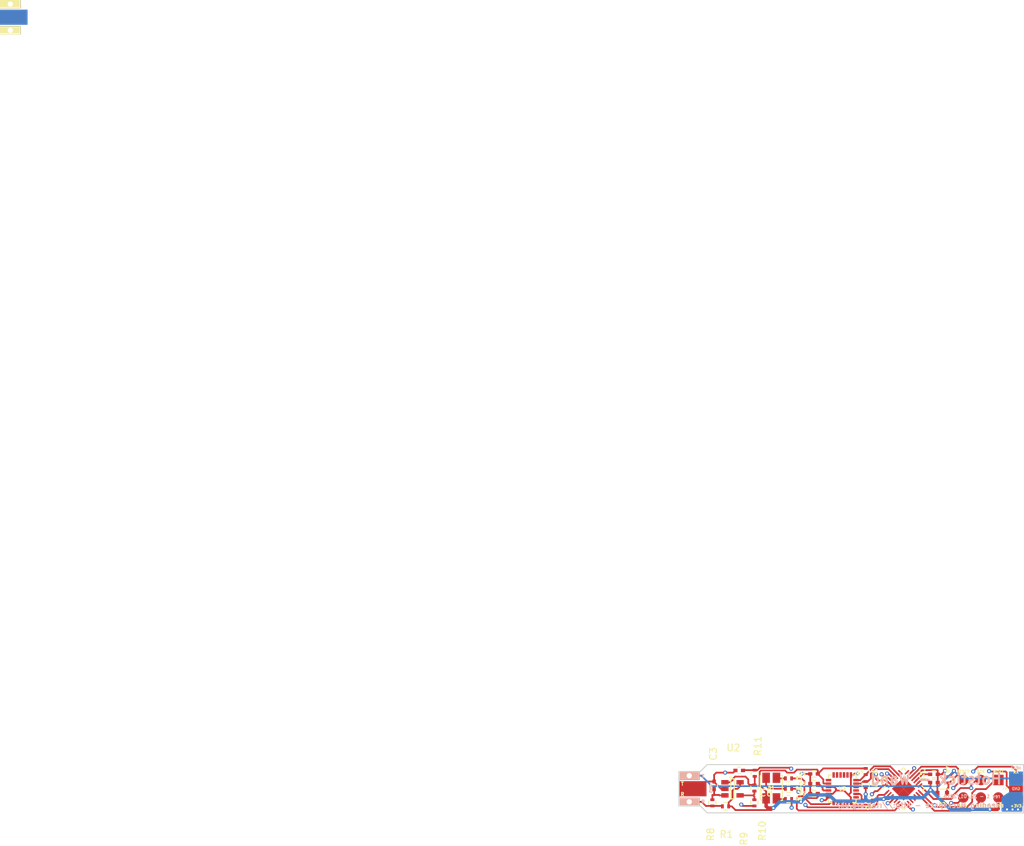
<source format=kicad_pcb>
(kicad_pcb (version 4) (host pcbnew 4.0.3-stable)

  (general
    (links 66)
    (no_connects 2)
    (area -1.65 -4.4625 161.835715 132.377185)
    (thickness 1.6)
    (drawings 33)
    (tracks 408)
    (zones 0)
    (modules 28)
    (nets 28)
  )

  (page A4)
  (title_block
    (title "Hotstick Wand")
    (date 2016-01-20)
    (rev 1)
    (company "rLab/Reading Hackspace")
  )

  (layers
    (0 F.Signal.Cu signal)
    (1 In1.Ground.Cu power)
    (2 In2.Signal.Cu signal)
    (31 B.Power.Cu mixed)
    (32 B.Adhes user hide)
    (33 F.Adhes user hide)
    (34 B.Paste user hide)
    (35 F.Paste user hide)
    (36 B.SilkS user hide)
    (37 F.SilkS user)
    (38 B.Mask user hide)
    (39 F.Mask user)
    (40 Dwgs.User user hide)
    (41 Cmts.User user hide)
    (42 Eco1.User user hide)
    (43 Eco2.User user hide)
    (44 Edge.Cuts user)
    (45 Margin user)
    (46 B.CrtYd user)
    (47 F.CrtYd user)
    (48 B.Fab user hide)
    (49 F.Fab user hide)
  )

  (setup
    (last_trace_width 0.25)
    (trace_clearance 0.15)
    (zone_clearance 0.1)
    (zone_45_only no)
    (trace_min 0.2)
    (segment_width 0.2)
    (edge_width 0.15)
    (via_size 0.6)
    (via_drill 0.3)
    (via_min_size 0.4)
    (via_min_drill 0.3)
    (uvia_size 0.3)
    (uvia_drill 0.1)
    (uvias_allowed no)
    (uvia_min_size 0.2)
    (uvia_min_drill 0.1)
    (pcb_text_width 0.3)
    (pcb_text_size 1.5 1.5)
    (mod_edge_width 0.15)
    (mod_text_size 0.5 0.5)
    (mod_text_width 0.125)
    (pad_size 1.524 1.524)
    (pad_drill 0.762)
    (pad_to_mask_clearance 0.2)
    (aux_axis_origin 0 0)
    (visible_elements 7FFEFF3F)
    (pcbplotparams
      (layerselection 0x010f8_ffffffff)
      (usegerberextensions true)
      (excludeedgelayer true)
      (linewidth 0.100000)
      (plotframeref false)
      (viasonmask false)
      (mode 1)
      (useauxorigin false)
      (hpglpennumber 1)
      (hpglpenspeed 20)
      (hpglpendiameter 15)
      (hpglpenoverlay 2)
      (psnegative false)
      (psa4output false)
      (plotreference true)
      (plotvalue true)
      (plotinvisibletext false)
      (padsonsilk false)
      (subtractmaskfromsilk false)
      (outputformat 1)
      (mirror false)
      (drillshape 0)
      (scaleselection 1)
      (outputdirectory ProductionProtel/))
  )

  (net 0 "")
  (net 1 +3V3)
  (net 2 GND)
  (net 3 "Net-(C2-Pad1)")
  (net 4 "Net-(C6-Pad2)")
  (net 5 "Net-(C7-Pad2)")
  (net 6 "Net-(D1-Pad2)")
  (net 7 "Net-(D1-Pad3)")
  (net 8 "Net-(D1-Pad4)")
  (net 9 /MISO)
  (net 10 /SCK)
  (net 11 /MOSI)
  (net 12 /RESET)
  (net 13 /HEAT)
  (net 14 /SENS)
  (net 15 /RX)
  (net 16 /TX)
  (net 17 /SDA)
  (net 18 /SCL)
  (net 19 /LED_R)
  (net 20 /LED_G)
  (net 21 /LED_B)
  (net 22 /MPU_INT)
  (net 23 /HEAT_DETECT)
  (net 24 "Net-(C3-Pad1)")
  (net 25 /TEMP)
  (net 26 "Net-(R10-Pad2)")
  (net 27 "Net-(R10-Pad1)")

  (net_class Default "This is the default net class."
    (clearance 0.15)
    (trace_width 0.25)
    (via_dia 0.6)
    (via_drill 0.3)
    (uvia_dia 0.3)
    (uvia_drill 0.1)
    (add_net +3V3)
    (add_net /HEAT)
    (add_net /HEAT_DETECT)
    (add_net /LED_B)
    (add_net /LED_G)
    (add_net /LED_R)
    (add_net /MISO)
    (add_net /MOSI)
    (add_net /MPU_INT)
    (add_net /RESET)
    (add_net /RX)
    (add_net /SCK)
    (add_net /SCL)
    (add_net /SDA)
    (add_net /SENS)
    (add_net /TEMP)
    (add_net /TX)
    (add_net GND)
    (add_net "Net-(C2-Pad1)")
    (add_net "Net-(C3-Pad1)")
    (add_net "Net-(C6-Pad2)")
    (add_net "Net-(C7-Pad2)")
    (add_net "Net-(D1-Pad2)")
    (add_net "Net-(D1-Pad3)")
    (add_net "Net-(D1-Pad4)")
    (add_net "Net-(R10-Pad1)")
    (add_net "Net-(R10-Pad2)")
  )

  (net_class Power ""
    (clearance 0.15)
    (trace_width 0.5)
    (via_dia 0.6)
    (via_drill 0.3)
    (uvia_dia 0.3)
    (uvia_drill 0.1)
  )

  (module Wand:Jack_3.5mm_KLB (layer B.Power.Cu) (tedit 57D721EB) (tstamp 569F6A65)
    (at 98.5 112)
    (path /56411635)
    (fp_text reference P2 (at 0 0) (layer F.Fab)
      (effects (font (size 0.5 0.5) (thickness 0.125)))
    )
    (fp_text value KLB4 (at 0 3.9) (layer B.Fab)
      (effects (font (size 0.5 0.5) (thickness 0.125)) (justify mirror))
    )
    (pad T thru_hole rect (at 0 -1.9) (size 3 1.2) (drill 0.762) (layers *.Cu *.Mask B.SilkS)
      (net 13 /HEAT))
    (pad R thru_hole rect (at 0 1.9) (size 3 1.2) (drill 0.762) (layers *.Cu *.Mask B.SilkS)
      (net 14 /SENS))
    (pad S smd rect (at 0.5 0) (size 4 2.2) (layers F.Signal.Cu F.Paste F.Mask)
      (net 2 GND))
  )

  (module Jack_3.5mm_KLB (layer F.Signal.Cu) (tedit 57D71FD0) (tstamp 57D721C6)
    (at 0 0)
    (fp_text reference P2 (at 0 0) (layer B.Fab)
      (effects (font (size 0.5 0.5) (thickness 0.125)) (justify mirror))
    )
    (fp_text value KLB4 (at 0 -3.9) (layer F.Fab)
      (effects (font (size 0.5 0.5) (thickness 0.125)))
    )
    (pad T thru_hole rect (at 0 1.9) (size 3 1.2) (drill 0.762) (layers *.Cu *.Mask F.SilkS))
    (pad R thru_hole rect (at 0 -1.9) (size 3 1.2) (drill 0.762) (layers *.Cu *.Mask F.SilkS))
    (pad S smd rect (at 0.5 0) (size 4 2.2) (layers B.Power.Cu B.Paste B.Mask))
  )

  (module Capacitors_SMD:C_0402 (layer F.Signal.Cu) (tedit 56A3FA2C) (tstamp 569F6A36)
    (at 116.6 112.7)
    (descr "Capacitor SMD 0402, reflow soldering, AVX (see smccp.pdf)")
    (tags "capacitor 0402")
    (path /5647FB65)
    (attr smd)
    (fp_text reference C5 (at -1.7 0) (layer F.SilkS)
      (effects (font (size 0.5 0.5) (thickness 0.125)))
    )
    (fp_text value 10n (at 0 1.7) (layer F.Fab)
      (effects (font (size 0.5 0.5) (thickness 0.125)))
    )
    (fp_line (start -1.15 -0.6) (end 1.15 -0.6) (layer F.CrtYd) (width 0.05))
    (fp_line (start -1.15 0.6) (end 1.15 0.6) (layer F.CrtYd) (width 0.05))
    (fp_line (start -1.15 -0.6) (end -1.15 0.6) (layer F.CrtYd) (width 0.05))
    (fp_line (start 1.15 -0.6) (end 1.15 0.6) (layer F.CrtYd) (width 0.05))
    (fp_line (start 0.25 -0.475) (end -0.25 -0.475) (layer F.SilkS) (width 0.15))
    (fp_line (start -0.25 0.475) (end 0.25 0.475) (layer F.SilkS) (width 0.15))
    (pad 1 smd rect (at -0.55 0) (size 0.6 0.5) (layers F.Signal.Cu F.Paste F.Mask)
      (net 2 GND))
    (pad 2 smd rect (at 0.55 0) (size 0.6 0.5) (layers F.Signal.Cu F.Paste F.Mask)
      (net 1 +3V3))
    (model Capacitors_SMD.3dshapes/C_0402.wrl
      (at (xyz 0 0 0))
      (scale (xyz 1 1 1))
      (rotate (xyz 0 0 0))
    )
  )

  (module Wand:Base_Connector (layer F.Signal.Cu) (tedit 56A7EF90) (tstamp 569F6A6E)
    (at 145.9 112)
    (path /56417299)
    (fp_text reference P3 (at 0 2.6) (layer F.Fab)
      (effects (font (size 0.5 0.5) (thickness 0.125)))
    )
    (fp_text value BASE (at 4.6 -11.8) (layer F.Fab)
      (effects (font (size 0.5 0.5) (thickness 0.125)))
    )
    (pad 2 smd rect (at 0 -1.5) (size 2 2) (layers B.Power.Cu B.Paste B.Mask)
      (net 13 /HEAT))
    (pad 5 smd rect (at 0 1.5) (size 2 2) (layers B.Power.Cu B.Paste B.Mask)
      (net 2 GND))
    (pad 1 smd rect (at 0 1.5) (size 2 1) (layers F.Signal.Cu F.Paste F.Mask)
      (net 1 +3V3))
    (pad 3 smd rect (at 0 -1.5) (size 2 1) (layers F.Signal.Cu F.Paste F.Mask)
      (net 15 /RX))
    (pad 4 smd rect (at 0 0) (size 2 1) (layers F.Signal.Cu F.Paste F.Mask)
      (net 16 /TX))
  )

  (module Wand:MPU-6050 (layer F.Signal.Cu) (tedit 56A3FBCE) (tstamp 569F6AF4)
    (at 120.7 112 270)
    (path /56411594)
    (fp_text reference U3 (at 0 0 360) (layer F.SilkS)
      (effects (font (size 0.5 0.5) (thickness 0.125)))
    )
    (fp_text value MPU-6050 (at 2.8194 -3.8608 270) (layer F.Fab)
      (effects (font (size 0.5 0.5) (thickness 0.125)))
    )
    (fp_circle (center -2.2 -2.2) (end -2 -2) (layer F.SilkS) (width 0.15))
    (fp_line (start 2 -1.5) (end 2 -2) (layer F.SilkS) (width 0.15))
    (fp_line (start 2 -2) (end 1.5 -2) (layer F.SilkS) (width 0.15))
    (fp_line (start 1.5 2) (end 2 2) (layer F.SilkS) (width 0.15))
    (fp_line (start 2 2) (end 2 1.5) (layer F.SilkS) (width 0.15))
    (fp_line (start -2 1.5) (end -2 2) (layer F.SilkS) (width 0.15))
    (fp_line (start -2 2) (end -1.6 2) (layer F.SilkS) (width 0.15))
    (fp_line (start -1.6 2) (end -1.5 2) (layer F.SilkS) (width 0.15))
    (fp_line (start -2 -2) (end -2 -1.5) (layer F.SilkS) (width 0.15))
    (fp_line (start -2 -2) (end -1.5 -2) (layer F.SilkS) (width 0.15))
    (pad 1 smd rect (at -2 -1.25 270) (size 0.8 0.35) (layers F.Signal.Cu F.Paste F.Mask)
      (net 2 GND))
    (pad 2 smd rect (at -2 -0.75 270) (size 0.8 0.35) (layers F.Signal.Cu F.Paste F.Mask))
    (pad 3 smd rect (at -2 -0.25 270) (size 0.8 0.35) (layers F.Signal.Cu F.Paste F.Mask))
    (pad 4 smd rect (at -2 0.25 270) (size 0.8 0.35) (layers F.Signal.Cu F.Paste F.Mask))
    (pad 5 smd rect (at -2 0.75 270) (size 0.8 0.35) (layers F.Signal.Cu F.Paste F.Mask))
    (pad 6 smd rect (at -2 1.25 270) (size 0.8 0.35) (layers F.Signal.Cu F.Paste F.Mask))
    (pad 7 smd rect (at -1.25 2 270) (size 0.35 0.8) (layers F.Signal.Cu F.Paste F.Mask))
    (pad 8 smd rect (at -0.75 2 270) (size 0.35 0.8) (layers F.Signal.Cu F.Paste F.Mask)
      (net 1 +3V3))
    (pad 9 smd rect (at -0.25 2 270) (size 0.35 0.8) (layers F.Signal.Cu F.Paste F.Mask)
      (net 2 GND))
    (pad 10 smd rect (at 0.25 2 270) (size 0.35 0.8) (layers F.Signal.Cu F.Paste F.Mask)
      (net 4 "Net-(C6-Pad2)"))
    (pad 11 smd rect (at 0.75 2 270) (size 0.35 0.8) (layers F.Signal.Cu F.Paste F.Mask)
      (net 2 GND))
    (pad 12 smd rect (at 1.25 2 270) (size 0.35 0.8) (layers F.Signal.Cu F.Paste F.Mask)
      (net 22 /MPU_INT))
    (pad 13 smd rect (at 2 1.25 270) (size 0.8 0.35) (layers F.Signal.Cu F.Paste F.Mask)
      (net 1 +3V3))
    (pad 14 smd rect (at 2 0.75 270) (size 0.8 0.35) (layers F.Signal.Cu F.Paste F.Mask))
    (pad 15 smd rect (at 2 0.25 270) (size 0.8 0.35) (layers F.Signal.Cu F.Paste F.Mask))
    (pad 16 smd rect (at 2 -0.25 270) (size 0.8 0.35) (layers F.Signal.Cu F.Paste F.Mask))
    (pad 17 smd rect (at 2 -0.75 270) (size 0.8 0.35) (layers F.Signal.Cu F.Paste F.Mask))
    (pad 18 smd rect (at 2 -1.25 270) (size 0.8 0.35) (layers F.Signal.Cu F.Paste F.Mask)
      (net 2 GND))
    (pad 19 smd rect (at 1.25 -2 270) (size 0.35 0.8) (layers F.Signal.Cu F.Paste F.Mask))
    (pad 20 smd rect (at 0.75 -2 270) (size 0.35 0.8) (layers F.Signal.Cu F.Paste F.Mask)
      (net 5 "Net-(C7-Pad2)"))
    (pad 21 smd rect (at 0.25 -2 270) (size 0.35 0.8) (layers F.Signal.Cu F.Paste F.Mask))
    (pad 22 smd rect (at -0.25 -2 270) (size 0.35 0.8) (layers F.Signal.Cu F.Paste F.Mask))
    (pad 23 smd rect (at -0.75 -2 270) (size 0.35 0.8) (layers F.Signal.Cu F.Paste F.Mask)
      (net 18 /SCL))
    (pad 24 smd rect (at -1.25 -2 270) (size 0.35 0.8) (layers F.Signal.Cu F.Paste F.Mask)
      (net 17 /SDA))
  )

  (module Wand:QFN-28-1EP_4x4mm_Pitch0.45mm (layer F.Signal.Cu) (tedit 56AB54E5) (tstamp 569F6AC2)
    (at 129.6 112 45)
    (descr "28-Lead Plastic Quad Flat, No Lead Package (MK) - 4x4x0.9 mm Body [QFN]; (see Microchip Packaging Specification 00000049BS.pdf)")
    (tags "QFN 0.4")
    (path /563E7654)
    (attr smd)
    (fp_text reference U1 (at -1.131371 -2.969848 45) (layer F.SilkS)
      (effects (font (size 0.5 0.5) (thickness 0.125)))
    )
    (fp_text value ATMEGA328-MMH (at 4.617407 -4.70226 225) (layer F.Fab)
      (effects (font (size 0.5 0.5) (thickness 0.125)))
    )
    (fp_line (start -1.65 2.15) (end -2.15 2.15) (layer F.SilkS) (width 0.15))
    (fp_line (start -2.15 2.15) (end -2.15 1.65) (layer F.SilkS) (width 0.15))
    (fp_line (start -2.15 2.15) (end -1.65 2.15) (layer F.SilkS) (width 0.15))
    (fp_line (start 2.15 1.6) (end 2.15 2.15) (layer F.SilkS) (width 0.15))
    (fp_line (start 2.15 2.15) (end 1.65 2.15) (layer F.SilkS) (width 0.15))
    (fp_line (start 1.65 -2.15) (end 2.15 -2.15) (layer F.SilkS) (width 0.15))
    (fp_line (start 2.15 -2.15) (end 2.15 -1.65) (layer F.SilkS) (width 0.15))
    (fp_line (start -2.15 -2.15) (end -1.65 -2.15) (layer F.SilkS) (width 0.15))
    (fp_line (start -2.6 -2.6) (end -2.6 2.6) (layer F.CrtYd) (width 0.05))
    (fp_line (start 2.6 -2.6) (end 2.6 2.6) (layer F.CrtYd) (width 0.05))
    (fp_line (start -2.6 -2.6) (end 2.6 -2.6) (layer F.CrtYd) (width 0.05))
    (fp_line (start -2.6 2.6) (end 2.6 2.6) (layer F.CrtYd) (width 0.05))
    (pad 1 smd rect (at -2.025 -1.35 45) (size 0.8 0.22) (layers F.Signal.Cu F.Paste F.Mask)
      (net 19 /LED_R))
    (pad 2 smd rect (at -2.025 -0.9 45) (size 0.8 0.22) (layers F.Signal.Cu F.Paste F.Mask))
    (pad 3 smd rect (at -2.025 -0.45 45) (size 0.8 0.22) (layers F.Signal.Cu F.Paste F.Mask)
      (net 1 +3V3))
    (pad 4 smd rect (at -2.025 0 45) (size 0.8 0.22) (layers F.Signal.Cu F.Paste F.Mask)
      (net 2 GND))
    (pad 5 smd rect (at -2.025 0.45 45) (size 0.8 0.22) (layers F.Signal.Cu F.Paste F.Mask))
    (pad 6 smd rect (at -2.025 0.9 45) (size 0.8 0.22) (layers F.Signal.Cu F.Paste F.Mask))
    (pad 7 smd rect (at -2.025 1.35 45) (size 0.8 0.22) (layers F.Signal.Cu F.Paste F.Mask)
      (net 20 /LED_G))
    (pad 8 smd rect (at -1.35 2.025 135) (size 0.8 0.22) (layers F.Signal.Cu F.Paste F.Mask)
      (net 21 /LED_B))
    (pad 9 smd rect (at -0.9 2.025 135) (size 0.8 0.22) (layers F.Signal.Cu F.Paste F.Mask))
    (pad 10 smd rect (at -0.45 2.025 135) (size 0.8 0.22) (layers F.Signal.Cu F.Paste F.Mask))
    (pad 11 smd rect (at 0 2.025 135) (size 0.8 0.22) (layers F.Signal.Cu F.Paste F.Mask))
    (pad 12 smd rect (at 0.45 2.025 135) (size 0.8 0.22) (layers F.Signal.Cu F.Paste F.Mask))
    (pad 13 smd rect (at 0.9 2.025 135) (size 0.8 0.22) (layers F.Signal.Cu F.Paste F.Mask)
      (net 11 /MOSI))
    (pad 14 smd rect (at 1.35 2.025 135) (size 0.8 0.22) (layers F.Signal.Cu F.Paste F.Mask)
      (net 9 /MISO))
    (pad 15 smd rect (at 2.025 1.35 45) (size 0.8 0.22) (layers F.Signal.Cu F.Paste F.Mask)
      (net 10 /SCK))
    (pad 16 smd rect (at 2.025 0.9 45) (size 0.8 0.22) (layers F.Signal.Cu F.Paste F.Mask)
      (net 1 +3V3))
    (pad 17 smd rect (at 2.025 0.45 45) (size 0.8 0.22) (layers F.Signal.Cu F.Paste F.Mask)
      (net 3 "Net-(C2-Pad1)"))
    (pad 18 smd rect (at 2.025 0 45) (size 0.8 0.22) (layers F.Signal.Cu F.Paste F.Mask)
      (net 2 GND))
    (pad 19 smd rect (at 2.025 -0.45 45) (size 0.8 0.22) (layers F.Signal.Cu F.Paste F.Mask)
      (net 23 /HEAT_DETECT))
    (pad 20 smd rect (at 2.025 -0.9 45) (size 0.8 0.22) (layers F.Signal.Cu F.Paste F.Mask)
      (net 25 /TEMP))
    (pad 21 smd rect (at 2.025 -1.35 45) (size 0.8 0.22) (layers F.Signal.Cu F.Paste F.Mask))
    (pad 22 smd rect (at 1.35 -2.025 135) (size 0.8 0.22) (layers F.Signal.Cu F.Paste F.Mask))
    (pad 23 smd rect (at 0.9 -2.025 135) (size 0.8 0.22) (layers F.Signal.Cu F.Paste F.Mask)
      (net 17 /SDA))
    (pad 24 smd rect (at 0.45 -2.025 135) (size 0.8 0.22) (layers F.Signal.Cu F.Paste F.Mask)
      (net 18 /SCL))
    (pad 25 smd rect (at 0 -2.025 135) (size 0.8 0.22) (layers F.Signal.Cu F.Paste F.Mask)
      (net 12 /RESET))
    (pad 26 smd rect (at -0.45 -2.025 135) (size 0.8 0.22) (layers F.Signal.Cu F.Paste F.Mask)
      (net 15 /RX))
    (pad 27 smd rect (at -0.9 -2.025 135) (size 0.8 0.22) (layers F.Signal.Cu F.Paste F.Mask)
      (net 16 /TX))
    (pad 28 smd rect (at -1.35 -2.025 135) (size 0.8 0.22) (layers F.Signal.Cu F.Paste F.Mask)
      (net 22 /MPU_INT))
    (pad 29 smd rect (at 0.6 0.6 45) (size 1.2 1.2) (layers F.Signal.Cu F.Paste F.Mask))
    (pad 29 smd rect (at 0.6 -0.6 45) (size 1.2 1.2) (layers F.Signal.Cu F.Paste F.Mask))
    (pad 29 smd rect (at -0.6 0.6 45) (size 1.2 1.2) (layers F.Signal.Cu F.Paste F.Mask))
    (pad 29 smd rect (at -0.6 -0.6 45) (size 1.2 1.2) (layers F.Signal.Cu F.Paste F.Mask))
    (model Housings_DFN_QFN.3dshapes/QFN-28-1EP_4x4mm_Pitch0.4mm.wrl
      (at (xyz 0 0 0))
      (scale (xyz 1 1 1))
      (rotate (xyz 0 0 0))
    )
  )

  (module Resistors_SMD:R_0402 (layer F.Signal.Cu) (tedit 56A3FAE7) (tstamp 569F6A92)
    (at 112.9 112 180)
    (descr "Resistor SMD 0402, reflow soldering, Vishay (see dcrcw.pdf)")
    (tags "resistor 0402")
    (path /563E78F7)
    (attr smd)
    (fp_text reference R6 (at -1.5 0 180) (layer F.SilkS)
      (effects (font (size 0.5 0.5) (thickness 0.125)))
    )
    (fp_text value 10R (at 0 1.8 180) (layer F.Fab)
      (effects (font (size 0.5 0.5) (thickness 0.125)))
    )
    (fp_line (start -0.95 -0.65) (end 0.95 -0.65) (layer F.CrtYd) (width 0.05))
    (fp_line (start -0.95 0.65) (end 0.95 0.65) (layer F.CrtYd) (width 0.05))
    (fp_line (start -0.95 -0.65) (end -0.95 0.65) (layer F.CrtYd) (width 0.05))
    (fp_line (start 0.95 -0.65) (end 0.95 0.65) (layer F.CrtYd) (width 0.05))
    (fp_line (start 0.25 -0.525) (end -0.25 -0.525) (layer F.SilkS) (width 0.15))
    (fp_line (start -0.25 0.525) (end 0.25 0.525) (layer F.SilkS) (width 0.15))
    (pad 1 smd rect (at -0.45 0 180) (size 0.4 0.6) (layers F.Signal.Cu F.Paste F.Mask)
      (net 21 /LED_B))
    (pad 2 smd rect (at 0.45 0 180) (size 0.4 0.6) (layers F.Signal.Cu F.Paste F.Mask)
      (net 6 "Net-(D1-Pad2)"))
    (model Resistors_SMD.3dshapes/R_0402.wrl
      (at (xyz 0 0 0))
      (scale (xyz 1 1 1))
      (rotate (xyz 0 0 0))
    )
  )

  (module Resistors_SMD:R_0402 (layer F.Signal.Cu) (tedit 56A3FA76) (tstamp 569F6A8C)
    (at 112.9 110.5 180)
    (descr "Resistor SMD 0402, reflow soldering, Vishay (see dcrcw.pdf)")
    (tags "resistor 0402")
    (path /563E795E)
    (attr smd)
    (fp_text reference R5 (at -1.5 0 180) (layer F.SilkS)
      (effects (font (size 0.5 0.5) (thickness 0.125)))
    )
    (fp_text value 10R (at 0 1.8 180) (layer F.Fab)
      (effects (font (size 0.5 0.5) (thickness 0.125)))
    )
    (fp_line (start -0.95 -0.65) (end 0.95 -0.65) (layer F.CrtYd) (width 0.05))
    (fp_line (start -0.95 0.65) (end 0.95 0.65) (layer F.CrtYd) (width 0.05))
    (fp_line (start -0.95 -0.65) (end -0.95 0.65) (layer F.CrtYd) (width 0.05))
    (fp_line (start 0.95 -0.65) (end 0.95 0.65) (layer F.CrtYd) (width 0.05))
    (fp_line (start 0.25 -0.525) (end -0.25 -0.525) (layer F.SilkS) (width 0.15))
    (fp_line (start -0.25 0.525) (end 0.25 0.525) (layer F.SilkS) (width 0.15))
    (pad 1 smd rect (at -0.45 0 180) (size 0.4 0.6) (layers F.Signal.Cu F.Paste F.Mask)
      (net 20 /LED_G))
    (pad 2 smd rect (at 0.45 0 180) (size 0.4 0.6) (layers F.Signal.Cu F.Paste F.Mask)
      (net 7 "Net-(D1-Pad3)"))
    (model Resistors_SMD.3dshapes/R_0402.wrl
      (at (xyz 0 0 0))
      (scale (xyz 1 1 1))
      (rotate (xyz 0 0 0))
    )
  )

  (module Resistors_SMD:R_0402 (layer F.Signal.Cu) (tedit 56A3FB03) (tstamp 569F6A86)
    (at 112.9 113.5 180)
    (descr "Resistor SMD 0402, reflow soldering, Vishay (see dcrcw.pdf)")
    (tags "resistor 0402")
    (path /563E79E9)
    (attr smd)
    (fp_text reference R4 (at -1.5 0 180) (layer F.SilkS)
      (effects (font (size 0.5 0.5) (thickness 0.125)))
    )
    (fp_text value 68R (at 0 1.8 180) (layer F.Fab)
      (effects (font (size 0.5 0.5) (thickness 0.125)))
    )
    (fp_line (start -0.95 -0.65) (end 0.95 -0.65) (layer F.CrtYd) (width 0.05))
    (fp_line (start -0.95 0.65) (end 0.95 0.65) (layer F.CrtYd) (width 0.05))
    (fp_line (start -0.95 -0.65) (end -0.95 0.65) (layer F.CrtYd) (width 0.05))
    (fp_line (start 0.95 -0.65) (end 0.95 0.65) (layer F.CrtYd) (width 0.05))
    (fp_line (start 0.25 -0.525) (end -0.25 -0.525) (layer F.SilkS) (width 0.15))
    (fp_line (start -0.25 0.525) (end 0.25 0.525) (layer F.SilkS) (width 0.15))
    (pad 1 smd rect (at -0.45 0 180) (size 0.4 0.6) (layers F.Signal.Cu F.Paste F.Mask)
      (net 19 /LED_R))
    (pad 2 smd rect (at 0.45 0 180) (size 0.4 0.6) (layers F.Signal.Cu F.Paste F.Mask)
      (net 8 "Net-(D1-Pad4)"))
    (model Resistors_SMD.3dshapes/R_0402.wrl
      (at (xyz 0 0 0))
      (scale (xyz 1 1 1))
      (rotate (xyz 0 0 0))
    )
  )

  (module Resistors_SMD:R_0402 (layer F.Signal.Cu) (tedit 56A3F925) (tstamp 569F6A80)
    (at 124.1 111.4 90)
    (descr "Resistor SMD 0402, reflow soldering, Vishay (see dcrcw.pdf)")
    (tags "resistor 0402")
    (path /56481FFA)
    (attr smd)
    (fp_text reference R3 (at 0 1.3 180) (layer F.SilkS)
      (effects (font (size 0.5 0.5) (thickness 0.125)))
    )
    (fp_text value 10k (at 0 1.8 90) (layer F.Fab)
      (effects (font (size 0.5 0.5) (thickness 0.125)))
    )
    (fp_line (start -0.95 -0.65) (end 0.95 -0.65) (layer F.CrtYd) (width 0.05))
    (fp_line (start -0.95 0.65) (end 0.95 0.65) (layer F.CrtYd) (width 0.05))
    (fp_line (start -0.95 -0.65) (end -0.95 0.65) (layer F.CrtYd) (width 0.05))
    (fp_line (start 0.95 -0.65) (end 0.95 0.65) (layer F.CrtYd) (width 0.05))
    (fp_line (start 0.25 -0.525) (end -0.25 -0.525) (layer F.SilkS) (width 0.15))
    (fp_line (start -0.25 0.525) (end 0.25 0.525) (layer F.SilkS) (width 0.15))
    (pad 1 smd rect (at -0.45 0 90) (size 0.4 0.6) (layers F.Signal.Cu F.Paste F.Mask)
      (net 1 +3V3))
    (pad 2 smd rect (at 0.45 0 90) (size 0.4 0.6) (layers F.Signal.Cu F.Paste F.Mask)
      (net 18 /SCL))
    (model Resistors_SMD.3dshapes/R_0402.wrl
      (at (xyz 0 0 0))
      (scale (xyz 1 1 1))
      (rotate (xyz 0 0 0))
    )
  )

  (module Resistors_SMD:R_0402 (layer F.Signal.Cu) (tedit 56A3F906) (tstamp 569F6A7A)
    (at 124.1 109.5 270)
    (descr "Resistor SMD 0402, reflow soldering, Vishay (see dcrcw.pdf)")
    (tags "resistor 0402")
    (path /56481F9A)
    (attr smd)
    (fp_text reference R2 (at 0 -1.3 360) (layer F.SilkS)
      (effects (font (size 0.5 0.5) (thickness 0.125)))
    )
    (fp_text value 10k (at 0 1.8 270) (layer F.Fab)
      (effects (font (size 0.5 0.5) (thickness 0.125)))
    )
    (fp_line (start -0.95 -0.65) (end 0.95 -0.65) (layer F.CrtYd) (width 0.05))
    (fp_line (start -0.95 0.65) (end 0.95 0.65) (layer F.CrtYd) (width 0.05))
    (fp_line (start -0.95 -0.65) (end -0.95 0.65) (layer F.CrtYd) (width 0.05))
    (fp_line (start 0.95 -0.65) (end 0.95 0.65) (layer F.CrtYd) (width 0.05))
    (fp_line (start 0.25 -0.525) (end -0.25 -0.525) (layer F.SilkS) (width 0.15))
    (fp_line (start -0.25 0.525) (end 0.25 0.525) (layer F.SilkS) (width 0.15))
    (pad 1 smd rect (at -0.45 0 270) (size 0.4 0.6) (layers F.Signal.Cu F.Paste F.Mask)
      (net 1 +3V3))
    (pad 2 smd rect (at 0.45 0 270) (size 0.4 0.6) (layers F.Signal.Cu F.Paste F.Mask)
      (net 17 /SDA))
    (model Resistors_SMD.3dshapes/R_0402.wrl
      (at (xyz 0 0 0))
      (scale (xyz 1 1 1))
      (rotate (xyz 0 0 0))
    )
  )

  (module Capacitors_SMD:C_0402 (layer F.Signal.Cu) (tedit 56A3F8E4) (tstamp 569F6A42)
    (at 124.6 113.7 180)
    (descr "Capacitor SMD 0402, reflow soldering, AVX (see smccp.pdf)")
    (tags "capacitor 0402")
    (path /5647F0EB)
    (attr smd)
    (fp_text reference C7 (at 0 -1.1 180) (layer F.SilkS)
      (effects (font (size 0.5 0.5) (thickness 0.125)))
    )
    (fp_text value 2.2n (at 0 1.7 180) (layer F.Fab)
      (effects (font (size 0.5 0.5) (thickness 0.125)))
    )
    (fp_line (start -1.15 -0.6) (end 1.15 -0.6) (layer F.CrtYd) (width 0.05))
    (fp_line (start -1.15 0.6) (end 1.15 0.6) (layer F.CrtYd) (width 0.05))
    (fp_line (start -1.15 -0.6) (end -1.15 0.6) (layer F.CrtYd) (width 0.05))
    (fp_line (start 1.15 -0.6) (end 1.15 0.6) (layer F.CrtYd) (width 0.05))
    (fp_line (start 0.25 -0.475) (end -0.25 -0.475) (layer F.SilkS) (width 0.15))
    (fp_line (start -0.25 0.475) (end 0.25 0.475) (layer F.SilkS) (width 0.15))
    (pad 1 smd rect (at -0.55 0 180) (size 0.6 0.5) (layers F.Signal.Cu F.Paste F.Mask)
      (net 2 GND))
    (pad 2 smd rect (at 0.55 0 180) (size 0.6 0.5) (layers F.Signal.Cu F.Paste F.Mask)
      (net 5 "Net-(C7-Pad2)"))
    (model Capacitors_SMD.3dshapes/C_0402.wrl
      (at (xyz 0 0 0))
      (scale (xyz 1 1 1))
      (rotate (xyz 0 0 0))
    )
  )

  (module Capacitors_SMD:C_0402 (layer F.Signal.Cu) (tedit 56A3FA49) (tstamp 569F6A3C)
    (at 116.6 111.25)
    (descr "Capacitor SMD 0402, reflow soldering, AVX (see smccp.pdf)")
    (tags "capacitor 0402")
    (path /5647F6E8)
    (attr smd)
    (fp_text reference C6 (at -1.7 0.05) (layer F.SilkS)
      (effects (font (size 0.5 0.5) (thickness 0.125)))
    )
    (fp_text value 100n (at 0 1.7) (layer F.Fab)
      (effects (font (size 0.5 0.5) (thickness 0.125)))
    )
    (fp_line (start -1.15 -0.6) (end 1.15 -0.6) (layer F.CrtYd) (width 0.05))
    (fp_line (start -1.15 0.6) (end 1.15 0.6) (layer F.CrtYd) (width 0.05))
    (fp_line (start -1.15 -0.6) (end -1.15 0.6) (layer F.CrtYd) (width 0.05))
    (fp_line (start 1.15 -0.6) (end 1.15 0.6) (layer F.CrtYd) (width 0.05))
    (fp_line (start 0.25 -0.475) (end -0.25 -0.475) (layer F.SilkS) (width 0.15))
    (fp_line (start -0.25 0.475) (end 0.25 0.475) (layer F.SilkS) (width 0.15))
    (pad 1 smd rect (at -0.55 0) (size 0.6 0.5) (layers F.Signal.Cu F.Paste F.Mask)
      (net 2 GND))
    (pad 2 smd rect (at 0.55 0) (size 0.6 0.5) (layers F.Signal.Cu F.Paste F.Mask)
      (net 4 "Net-(C6-Pad2)"))
    (model Capacitors_SMD.3dshapes/C_0402.wrl
      (at (xyz 0 0 0))
      (scale (xyz 1 1 1))
      (rotate (xyz 0 0 0))
    )
  )

  (module Capacitors_SMD:C_0402 (layer F.Signal.Cu) (tedit 56A3FA5B) (tstamp 569F6A30)
    (at 116.6 109.85)
    (descr "Capacitor SMD 0402, reflow soldering, AVX (see smccp.pdf)")
    (tags "capacitor 0402")
    (path /5647FEFB)
    (attr smd)
    (fp_text reference C4 (at -1.7 -0.05) (layer F.SilkS)
      (effects (font (size 0.5 0.5) (thickness 0.125)))
    )
    (fp_text value 100n (at 0 1.7) (layer F.Fab)
      (effects (font (size 0.5 0.5) (thickness 0.125)))
    )
    (fp_line (start -1.15 -0.6) (end 1.15 -0.6) (layer F.CrtYd) (width 0.05))
    (fp_line (start -1.15 0.6) (end 1.15 0.6) (layer F.CrtYd) (width 0.05))
    (fp_line (start -1.15 -0.6) (end -1.15 0.6) (layer F.CrtYd) (width 0.05))
    (fp_line (start 1.15 -0.6) (end 1.15 0.6) (layer F.CrtYd) (width 0.05))
    (fp_line (start 0.25 -0.475) (end -0.25 -0.475) (layer F.SilkS) (width 0.15))
    (fp_line (start -0.25 0.475) (end 0.25 0.475) (layer F.SilkS) (width 0.15))
    (pad 1 smd rect (at -0.55 0) (size 0.6 0.5) (layers F.Signal.Cu F.Paste F.Mask)
      (net 2 GND))
    (pad 2 smd rect (at 0.55 0) (size 0.6 0.5) (layers F.Signal.Cu F.Paste F.Mask)
      (net 1 +3V3))
    (model Capacitors_SMD.3dshapes/C_0402.wrl
      (at (xyz 0 0 0))
      (scale (xyz 1 1 1))
      (rotate (xyz 0 0 0))
    )
  )

  (module Capacitors_SMD:C_0402 (layer F.Signal.Cu) (tedit 56AB531F) (tstamp 569F6A24)
    (at 134 109.9)
    (descr "Capacitor SMD 0402, reflow soldering, AVX (see smccp.pdf)")
    (tags "capacitor 0402")
    (path /564C69DF)
    (attr smd)
    (fp_text reference C2 (at -1.7 -0.5) (layer F.SilkS)
      (effects (font (size 0.5 0.5) (thickness 0.125)))
    )
    (fp_text value 100n (at 0 1.7) (layer F.Fab)
      (effects (font (size 0.5 0.5) (thickness 0.125)))
    )
    (fp_line (start -1.15 -0.6) (end 1.15 -0.6) (layer F.CrtYd) (width 0.05))
    (fp_line (start -1.15 0.6) (end 1.15 0.6) (layer F.CrtYd) (width 0.05))
    (fp_line (start -1.15 -0.6) (end -1.15 0.6) (layer F.CrtYd) (width 0.05))
    (fp_line (start 1.15 -0.6) (end 1.15 0.6) (layer F.CrtYd) (width 0.05))
    (fp_line (start 0.25 -0.475) (end -0.25 -0.475) (layer F.SilkS) (width 0.15))
    (fp_line (start -0.25 0.475) (end 0.25 0.475) (layer F.SilkS) (width 0.15))
    (pad 1 smd rect (at -0.55 0) (size 0.6 0.5) (layers F.Signal.Cu F.Paste F.Mask)
      (net 3 "Net-(C2-Pad1)"))
    (pad 2 smd rect (at 0.55 0) (size 0.6 0.5) (layers F.Signal.Cu F.Paste F.Mask)
      (net 2 GND))
    (model Capacitors_SMD.3dshapes/C_0402.wrl
      (at (xyz 0 0 0))
      (scale (xyz 1 1 1))
      (rotate (xyz 0 0 0))
    )
  )

  (module Capacitors_SMD:C_0402 (layer F.Signal.Cu) (tedit 56AB531C) (tstamp 569F6A1E)
    (at 134 111.1)
    (descr "Capacitor SMD 0402, reflow soldering, AVX (see smccp.pdf)")
    (tags "capacitor 0402")
    (path /56959BA2)
    (attr smd)
    (fp_text reference C1 (at -1.7 -0.9) (layer F.SilkS)
      (effects (font (size 0.5 0.5) (thickness 0.125)))
    )
    (fp_text value 100n (at 0 1.7) (layer F.Fab)
      (effects (font (size 0.5 0.5) (thickness 0.125)))
    )
    (fp_line (start -1.15 -0.6) (end 1.15 -0.6) (layer F.CrtYd) (width 0.05))
    (fp_line (start -1.15 0.6) (end 1.15 0.6) (layer F.CrtYd) (width 0.05))
    (fp_line (start -1.15 -0.6) (end -1.15 0.6) (layer F.CrtYd) (width 0.05))
    (fp_line (start 1.15 -0.6) (end 1.15 0.6) (layer F.CrtYd) (width 0.05))
    (fp_line (start 0.25 -0.475) (end -0.25 -0.475) (layer F.SilkS) (width 0.15))
    (fp_line (start -0.25 0.475) (end 0.25 0.475) (layer F.SilkS) (width 0.15))
    (pad 1 smd rect (at -0.55 0) (size 0.6 0.5) (layers F.Signal.Cu F.Paste F.Mask)
      (net 1 +3V3))
    (pad 2 smd rect (at 0.55 0) (size 0.6 0.5) (layers F.Signal.Cu F.Paste F.Mask)
      (net 2 GND))
    (model Capacitors_SMD.3dshapes/C_0402.wrl
      (at (xyz 0 0 0))
      (scale (xyz 1 1 1))
      (rotate (xyz 0 0 0))
    )
  )

  (module Wand:Tri-Colour_LED (layer F.Signal.Cu) (tedit 56A3FB25) (tstamp 569F6A50)
    (at 110.4 111.9)
    (path /56483D93)
    (fp_text reference D1 (at 0 0) (layer F.SilkS)
      (effects (font (size 0.5 0.5) (thickness 0.125)))
    )
    (fp_text value ASMB-MTB0-0A3A2 (at 0 -3.2) (layer F.Fab)
      (effects (font (size 0.5 0.5) (thickness 0.125)))
    )
    (fp_line (start 1.4 -1.8) (end 1.6 -1.8) (layer F.SilkS) (width 0.15))
    (fp_line (start 1.6 -1.8) (end 1.6 1.8) (layer F.SilkS) (width 0.15))
    (fp_line (start 1.6 1.8) (end 1.4 1.8) (layer F.SilkS) (width 0.15))
    (fp_line (start -1.4 -1.8) (end -1.6 -1.8) (layer F.SilkS) (width 0.15))
    (fp_line (start -1.6 -1.8) (end -1.6 1.6) (layer F.SilkS) (width 0.15))
    (fp_line (start -1.6 1.6) (end -1.4 1.8) (layer F.SilkS) (width 0.15))
    (pad 1 smd rect (at -0.75 1.5) (size 1.1 1.5) (layers F.Signal.Cu F.Paste F.Mask)
      (net 1 +3V3))
    (pad 2 smd rect (at -0.75 -1.5) (size 1.1 1.5) (layers F.Signal.Cu F.Paste F.Mask)
      (net 6 "Net-(D1-Pad2)"))
    (pad 3 smd rect (at 0.75 -1.5) (size 1.1 1.5) (layers F.Signal.Cu F.Paste F.Mask)
      (net 7 "Net-(D1-Pad3)"))
    (pad 4 smd rect (at 0.75 1.5) (size 1.1 1.5) (layers F.Signal.Cu F.Paste F.Mask)
      (net 8 "Net-(D1-Pad4)"))
  )

  (module Wand:ISP_pads_2x3 (layer F.Signal.Cu) (tedit 56A7F289) (tstamp 569F6A5E)
    (at 140.8 112 270)
    (path /56417313)
    (fp_text reference P1 (at -3.1 0 360) (layer F.Fab)
      (effects (font (size 0.5 0.5) (thickness 0.125)))
    )
    (fp_text value ISP (at 0 1.2 360) (layer F.Fab)
      (effects (font (size 0.5 0.5) (thickness 0.125)))
    )
    (pad 1 connect rect (at -1.27 -2.54 270) (size 1.524 1.524) (layers F.Signal.Cu F.Mask)
      (net 9 /MISO))
    (pad 2 connect circle (at 1.27 -2.54 270) (size 1.524 1.524) (layers F.Signal.Cu F.Mask)
      (net 1 +3V3))
    (pad 3 connect circle (at -1.27 0 270) (size 1.524 1.524) (layers F.Signal.Cu F.Mask)
      (net 10 /SCK))
    (pad 4 connect circle (at 1.27 0 270) (size 1.524 1.524) (layers F.Signal.Cu F.Mask)
      (net 11 /MOSI))
    (pad 5 connect circle (at -1.27 2.54 270) (size 1.524 1.524) (layers F.Signal.Cu F.Mask)
      (net 12 /RESET))
    (pad 6 connect circle (at 1.27 2.54 270) (size 1.524 1.524) (layers F.Signal.Cu F.Mask)
      (net 2 GND))
  )

  (module Resistors_SMD:R_0402 (layer F.Signal.Cu) (tedit 56AB5339) (tstamp 56AA1B24)
    (at 136.1 110.7 270)
    (descr "Resistor SMD 0402, reflow soldering, Vishay (see dcrcw.pdf)")
    (tags "resistor 0402")
    (path /56AA259D)
    (attr smd)
    (fp_text reference R7 (at -1.5 0.02 270) (layer F.SilkS)
      (effects (font (size 0.5 0.5) (thickness 0.125)))
    )
    (fp_text value 10K (at 0 1.8 270) (layer F.Fab)
      (effects (font (size 0.5 0.5) (thickness 0.125)))
    )
    (fp_line (start -0.95 -0.65) (end 0.95 -0.65) (layer F.CrtYd) (width 0.05))
    (fp_line (start -0.95 0.65) (end 0.95 0.65) (layer F.CrtYd) (width 0.05))
    (fp_line (start -0.95 -0.65) (end -0.95 0.65) (layer F.CrtYd) (width 0.05))
    (fp_line (start 0.95 -0.65) (end 0.95 0.65) (layer F.CrtYd) (width 0.05))
    (fp_line (start 0.25 -0.525) (end -0.25 -0.525) (layer F.SilkS) (width 0.15))
    (fp_line (start -0.25 0.525) (end 0.25 0.525) (layer F.SilkS) (width 0.15))
    (pad 1 smd rect (at -0.45 0 270) (size 0.4 0.6) (layers F.Signal.Cu F.Paste F.Mask)
      (net 13 /HEAT))
    (pad 2 smd rect (at 0.45 0 270) (size 0.4 0.6) (layers F.Signal.Cu F.Paste F.Mask)
      (net 23 /HEAT_DETECT))
    (model Resistors_SMD.3dshapes/R_0402.wrl
      (at (xyz 0 0 0))
      (scale (xyz 1 1 1))
      (rotate (xyz 0 0 0))
    )
  )

  (module Diodes_SMD:SOD-523 (layer F.Signal.Cu) (tedit 0) (tstamp 56F82F9A)
    (at 135.2 112.65)
    (descr "http://www.diodes.com/datasheets/ap02001.pdf p.144")
    (tags "Diode SOD523")
    (path /56AA25F0)
    (attr smd)
    (fp_text reference D2 (at -0.02 1.61) (layer F.SilkS)
      (effects (font (size 0.5 0.5) (thickness 0.125)))
    )
    (fp_text value MM5Z3V3T1G (at 0 1.7) (layer F.Fab)
      (effects (font (size 0.5 0.5) (thickness 0.125)))
    )
    (fp_line (start -0.4 0.6) (end 1.15 0.6) (layer F.SilkS) (width 0.15))
    (fp_line (start -0.4 -0.6) (end 1.15 -0.6) (layer F.SilkS) (width 0.15))
    (pad 2 smd rect (at -0.7 0) (size 0.6 0.7) (layers F.Signal.Cu F.Paste F.Mask)
      (net 2 GND))
    (pad 1 smd rect (at 0.7 0) (size 0.6 0.7) (layers F.Signal.Cu F.Paste F.Mask)
      (net 23 /HEAT_DETECT))
  )

  (module Capacitors_SMD:C_0402 (layer F.Signal.Cu) (tedit 5415D599) (tstamp 57D70DBD)
    (at 102.108 111.506 90)
    (descr "Capacitor SMD 0402, reflow soldering, AVX (see smccp.pdf)")
    (tags "capacitor 0402")
    (path /57D708FB)
    (attr smd)
    (fp_text reference C3 (at 4.572 -0.127 90) (layer F.SilkS)
      (effects (font (size 1 1) (thickness 0.15)))
    )
    (fp_text value 100n (at 0 1.7 90) (layer F.Fab)
      (effects (font (size 1 1) (thickness 0.15)))
    )
    (fp_line (start -1.15 -0.6) (end 1.15 -0.6) (layer F.CrtYd) (width 0.05))
    (fp_line (start -1.15 0.6) (end 1.15 0.6) (layer F.CrtYd) (width 0.05))
    (fp_line (start -1.15 -0.6) (end -1.15 0.6) (layer F.CrtYd) (width 0.05))
    (fp_line (start 1.15 -0.6) (end 1.15 0.6) (layer F.CrtYd) (width 0.05))
    (fp_line (start 0.25 -0.475) (end -0.25 -0.475) (layer F.SilkS) (width 0.15))
    (fp_line (start -0.25 0.475) (end 0.25 0.475) (layer F.SilkS) (width 0.15))
    (pad 1 smd rect (at -0.55 0 90) (size 0.6 0.5) (layers F.Signal.Cu F.Paste F.Mask)
      (net 24 "Net-(C3-Pad1)"))
    (pad 2 smd rect (at 0.55 0 90) (size 0.6 0.5) (layers F.Signal.Cu F.Paste F.Mask)
      (net 2 GND))
    (model Capacitors_SMD.3dshapes/C_0402.wrl
      (at (xyz 0 0 0))
      (scale (xyz 1 1 1))
      (rotate (xyz 0 0 0))
    )
  )

  (module Capacitors_SMD:C_0402 (layer F.Signal.Cu) (tedit 5415D599) (tstamp 57D70DC3)
    (at 105.749 109.347 180)
    (descr "Capacitor SMD 0402, reflow soldering, AVX (see smccp.pdf)")
    (tags "capacitor 0402")
    (path /57D712B9)
    (attr smd)
    (fp_text reference C8 (at -3.9 -3.25 180) (layer F.SilkS)
      (effects (font (size 1 1) (thickness 0.15)))
    )
    (fp_text value 100n (at 0 1.7 180) (layer F.Fab)
      (effects (font (size 1 1) (thickness 0.15)))
    )
    (fp_line (start -1.15 -0.6) (end 1.15 -0.6) (layer F.CrtYd) (width 0.05))
    (fp_line (start -1.15 0.6) (end 1.15 0.6) (layer F.CrtYd) (width 0.05))
    (fp_line (start -1.15 -0.6) (end -1.15 0.6) (layer F.CrtYd) (width 0.05))
    (fp_line (start 1.15 -0.6) (end 1.15 0.6) (layer F.CrtYd) (width 0.05))
    (fp_line (start 0.25 -0.475) (end -0.25 -0.475) (layer F.SilkS) (width 0.15))
    (fp_line (start -0.25 0.475) (end 0.25 0.475) (layer F.SilkS) (width 0.15))
    (pad 1 smd rect (at -0.55 0 180) (size 0.6 0.5) (layers F.Signal.Cu F.Paste F.Mask)
      (net 25 /TEMP))
    (pad 2 smd rect (at 0.55 0 180) (size 0.6 0.5) (layers F.Signal.Cu F.Paste F.Mask)
      (net 2 GND))
    (model Capacitors_SMD.3dshapes/C_0402.wrl
      (at (xyz 0 0 0))
      (scale (xyz 1 1 1))
      (rotate (xyz 0 0 0))
    )
  )

  (module Resistors_SMD:R_0402 (layer F.Signal.Cu) (tedit 5415CBB8) (tstamp 57D70DC9)
    (at 103.759 114.554 180)
    (descr "Resistor SMD 0402, reflow soldering, Vishay (see dcrcw.pdf)")
    (tags "resistor 0402")
    (path /57D70673)
    (attr smd)
    (fp_text reference R1 (at -0.127 -4.064 180) (layer F.SilkS)
      (effects (font (size 1 1) (thickness 0.15)))
    )
    (fp_text value 1M (at 0 1.8 180) (layer F.Fab)
      (effects (font (size 1 1) (thickness 0.15)))
    )
    (fp_line (start -0.95 -0.65) (end 0.95 -0.65) (layer F.CrtYd) (width 0.05))
    (fp_line (start -0.95 0.65) (end 0.95 0.65) (layer F.CrtYd) (width 0.05))
    (fp_line (start -0.95 -0.65) (end -0.95 0.65) (layer F.CrtYd) (width 0.05))
    (fp_line (start 0.95 -0.65) (end 0.95 0.65) (layer F.CrtYd) (width 0.05))
    (fp_line (start 0.25 -0.525) (end -0.25 -0.525) (layer F.SilkS) (width 0.15))
    (fp_line (start -0.25 0.525) (end 0.25 0.525) (layer F.SilkS) (width 0.15))
    (pad 1 smd rect (at -0.45 0 180) (size 0.4 0.6) (layers F.Signal.Cu F.Paste F.Mask)
      (net 1 +3V3))
    (pad 2 smd rect (at 0.45 0 180) (size 0.4 0.6) (layers F.Signal.Cu F.Paste F.Mask)
      (net 14 /SENS))
    (model Resistors_SMD.3dshapes/R_0402.wrl
      (at (xyz 0 0 0))
      (scale (xyz 1 1 1))
      (rotate (xyz 0 0 0))
    )
  )

  (module Resistors_SMD:R_0402 (layer F.Signal.Cu) (tedit 5415CBB8) (tstamp 57D70DCF)
    (at 101.854 114.046 270)
    (descr "Resistor SMD 0402, reflow soldering, Vishay (see dcrcw.pdf)")
    (tags "resistor 0402")
    (path /57D70724)
    (attr smd)
    (fp_text reference R8 (at 4.572 0.254 270) (layer F.SilkS)
      (effects (font (size 1 1) (thickness 0.15)))
    )
    (fp_text value 1K (at 0 1.8 270) (layer F.Fab)
      (effects (font (size 1 1) (thickness 0.15)))
    )
    (fp_line (start -0.95 -0.65) (end 0.95 -0.65) (layer F.CrtYd) (width 0.05))
    (fp_line (start -0.95 0.65) (end 0.95 0.65) (layer F.CrtYd) (width 0.05))
    (fp_line (start -0.95 -0.65) (end -0.95 0.65) (layer F.CrtYd) (width 0.05))
    (fp_line (start 0.95 -0.65) (end 0.95 0.65) (layer F.CrtYd) (width 0.05))
    (fp_line (start 0.25 -0.525) (end -0.25 -0.525) (layer F.SilkS) (width 0.15))
    (fp_line (start -0.25 0.525) (end 0.25 0.525) (layer F.SilkS) (width 0.15))
    (pad 1 smd rect (at -0.45 0 270) (size 0.4 0.6) (layers F.Signal.Cu F.Paste F.Mask)
      (net 24 "Net-(C3-Pad1)"))
    (pad 2 smd rect (at 0.45 0 270) (size 0.4 0.6) (layers F.Signal.Cu F.Paste F.Mask)
      (net 14 /SENS))
    (model Resistors_SMD.3dshapes/R_0402.wrl
      (at (xyz 0 0 0))
      (scale (xyz 1 1 1))
      (rotate (xyz 0 0 0))
    )
  )

  (module Resistors_SMD:R_0402 (layer F.Signal.Cu) (tedit 5415CBB8) (tstamp 57D70DD5)
    (at 107.95 114.046 270)
    (descr "Resistor SMD 0402, reflow soldering, Vishay (see dcrcw.pdf)")
    (tags "resistor 0402")
    (path /57D70C84)
    (attr smd)
    (fp_text reference R9 (at 5.207 1.524 270) (layer F.SilkS)
      (effects (font (size 1 1) (thickness 0.15)))
    )
    (fp_text value 100R (at 0 1.8 270) (layer F.Fab)
      (effects (font (size 1 1) (thickness 0.15)))
    )
    (fp_line (start -0.95 -0.65) (end 0.95 -0.65) (layer F.CrtYd) (width 0.05))
    (fp_line (start -0.95 0.65) (end 0.95 0.65) (layer F.CrtYd) (width 0.05))
    (fp_line (start -0.95 -0.65) (end -0.95 0.65) (layer F.CrtYd) (width 0.05))
    (fp_line (start 0.95 -0.65) (end 0.95 0.65) (layer F.CrtYd) (width 0.05))
    (fp_line (start 0.25 -0.525) (end -0.25 -0.525) (layer F.SilkS) (width 0.15))
    (fp_line (start -0.25 0.525) (end 0.25 0.525) (layer F.SilkS) (width 0.15))
    (pad 1 smd rect (at -0.45 0 270) (size 0.4 0.6) (layers F.Signal.Cu F.Paste F.Mask)
      (net 26 "Net-(R10-Pad2)"))
    (pad 2 smd rect (at 0.45 0 270) (size 0.4 0.6) (layers F.Signal.Cu F.Paste F.Mask)
      (net 2 GND))
    (model Resistors_SMD.3dshapes/R_0402.wrl
      (at (xyz 0 0 0))
      (scale (xyz 1 1 1))
      (rotate (xyz 0 0 0))
    )
  )

  (module Resistors_SMD:R_0402 (layer F.Signal.Cu) (tedit 5415CBB8) (tstamp 57D70DDB)
    (at 107.95 111.887 270)
    (descr "Resistor SMD 0402, reflow soldering, Vishay (see dcrcw.pdf)")
    (tags "resistor 0402")
    (path /57D70D28)
    (attr smd)
    (fp_text reference R10 (at 6.223 -1.143 270) (layer F.SilkS)
      (effects (font (size 1 1) (thickness 0.15)))
    )
    (fp_text value 56K (at 0 1.8 270) (layer F.Fab)
      (effects (font (size 1 1) (thickness 0.15)))
    )
    (fp_line (start -0.95 -0.65) (end 0.95 -0.65) (layer F.CrtYd) (width 0.05))
    (fp_line (start -0.95 0.65) (end 0.95 0.65) (layer F.CrtYd) (width 0.05))
    (fp_line (start -0.95 -0.65) (end -0.95 0.65) (layer F.CrtYd) (width 0.05))
    (fp_line (start 0.95 -0.65) (end 0.95 0.65) (layer F.CrtYd) (width 0.05))
    (fp_line (start 0.25 -0.525) (end -0.25 -0.525) (layer F.SilkS) (width 0.15))
    (fp_line (start -0.25 0.525) (end 0.25 0.525) (layer F.SilkS) (width 0.15))
    (pad 1 smd rect (at -0.45 0 270) (size 0.4 0.6) (layers F.Signal.Cu F.Paste F.Mask)
      (net 27 "Net-(R10-Pad1)"))
    (pad 2 smd rect (at 0.45 0 270) (size 0.4 0.6) (layers F.Signal.Cu F.Paste F.Mask)
      (net 26 "Net-(R10-Pad2)"))
    (model Resistors_SMD.3dshapes/R_0402.wrl
      (at (xyz 0 0 0))
      (scale (xyz 1 1 1))
      (rotate (xyz 0 0 0))
    )
  )

  (module Resistors_SMD:R_0402 (layer F.Signal.Cu) (tedit 5415CBB8) (tstamp 57D70DE1)
    (at 108 109.75 270)
    (descr "Resistor SMD 0402, reflow soldering, Vishay (see dcrcw.pdf)")
    (tags "resistor 0402")
    (path /57D71264)
    (attr smd)
    (fp_text reference R11 (at -3.959 -0.458 270) (layer F.SilkS)
      (effects (font (size 1 1) (thickness 0.15)))
    )
    (fp_text value 1K (at 0 1.8 270) (layer F.Fab)
      (effects (font (size 1 1) (thickness 0.15)))
    )
    (fp_line (start -0.95 -0.65) (end 0.95 -0.65) (layer F.CrtYd) (width 0.05))
    (fp_line (start -0.95 0.65) (end 0.95 0.65) (layer F.CrtYd) (width 0.05))
    (fp_line (start -0.95 -0.65) (end -0.95 0.65) (layer F.CrtYd) (width 0.05))
    (fp_line (start 0.95 -0.65) (end 0.95 0.65) (layer F.CrtYd) (width 0.05))
    (fp_line (start 0.25 -0.525) (end -0.25 -0.525) (layer F.SilkS) (width 0.15))
    (fp_line (start -0.25 0.525) (end 0.25 0.525) (layer F.SilkS) (width 0.15))
    (pad 1 smd rect (at -0.45 0 270) (size 0.4 0.6) (layers F.Signal.Cu F.Paste F.Mask)
      (net 25 /TEMP))
    (pad 2 smd rect (at 0.45 0 270) (size 0.4 0.6) (layers F.Signal.Cu F.Paste F.Mask)
      (net 27 "Net-(R10-Pad1)"))
    (model Resistors_SMD.3dshapes/R_0402.wrl
      (at (xyz 0 0 0))
      (scale (xyz 1 1 1))
      (rotate (xyz 0 0 0))
    )
  )

  (module TO_SOT_Packages_SMD:SOT-23-5 (layer F.Signal.Cu) (tedit 55360473) (tstamp 57D70DE2)
    (at 104.775 112.014)
    (descr "5-pin SOT23 package")
    (tags SOT-23-5)
    (path /57D70F2F)
    (attr smd)
    (fp_text reference U2 (at 0.127 -5.969) (layer F.SilkS)
      (effects (font (size 1 1) (thickness 0.15)))
    )
    (fp_text value OPA336 (at -0.05 2.35) (layer F.Fab)
      (effects (font (size 1 1) (thickness 0.15)))
    )
    (fp_line (start -1.8 -1.6) (end 1.8 -1.6) (layer F.CrtYd) (width 0.05))
    (fp_line (start 1.8 -1.6) (end 1.8 1.6) (layer F.CrtYd) (width 0.05))
    (fp_line (start 1.8 1.6) (end -1.8 1.6) (layer F.CrtYd) (width 0.05))
    (fp_line (start -1.8 1.6) (end -1.8 -1.6) (layer F.CrtYd) (width 0.05))
    (fp_circle (center -0.3 -1.7) (end -0.2 -1.7) (layer F.SilkS) (width 0.15))
    (fp_line (start 0.25 -1.45) (end -0.25 -1.45) (layer F.SilkS) (width 0.15))
    (fp_line (start 0.25 1.45) (end 0.25 -1.45) (layer F.SilkS) (width 0.15))
    (fp_line (start -0.25 1.45) (end 0.25 1.45) (layer F.SilkS) (width 0.15))
    (fp_line (start -0.25 -1.45) (end -0.25 1.45) (layer F.SilkS) (width 0.15))
    (pad 1 smd rect (at -1.1 -0.95) (size 1.06 0.65) (layers F.Signal.Cu F.Paste F.Mask)
      (net 27 "Net-(R10-Pad1)"))
    (pad 2 smd rect (at -1.1 0) (size 1.06 0.65) (layers F.Signal.Cu F.Paste F.Mask)
      (net 2 GND))
    (pad 3 smd rect (at -1.1 0.95) (size 1.06 0.65) (layers F.Signal.Cu F.Paste F.Mask)
      (net 24 "Net-(C3-Pad1)"))
    (pad 4 smd rect (at 1.1 0.95) (size 1.06 0.65) (layers F.Signal.Cu F.Paste F.Mask)
      (net 26 "Net-(R10-Pad2)"))
    (pad 5 smd rect (at 1.1 -0.95) (size 1.06 0.65) (layers F.Signal.Cu F.Paste F.Mask)
      (net 1 +3V3))
    (model TO_SOT_Packages_SMD.3dshapes/SOT-23-5.wrl
      (at (xyz 0 0 0))
      (scale (xyz 1 1 1))
      (rotate (xyz 0 0 0))
    )
  )

  (gr_text R (at 100.5 113.9) (layer B.SilkS)
    (effects (font (size 0.5 0.5) (thickness 0.125)) (justify mirror))
  )
  (gr_text T (at 100.5 110.2) (layer B.SilkS)
    (effects (font (size 0.5 0.5) (thickness 0.125)) (justify mirror))
  )
  (gr_text GND (at 101.6 112 270) (layer B.SilkS)
    (effects (font (size 0.4 0.4) (thickness 0.1)) (justify mirror))
  )
  (gr_text GND (at 145.9 112) (layer B.SilkS)
    (effects (font (size 0.4 0.4) (thickness 0.1)) (justify mirror))
  )
  (gr_text HEAT (at 145.9 109) (layer B.SilkS)
    (effects (font (size 0.4 0.4) (thickness 0.1)) (justify mirror))
  )
  (gr_text GND (at 138.2 114.5) (layer F.SilkS)
    (effects (font (size 0.4 0.4) (thickness 0.1)))
  )
  (gr_text +3V3 (at 143.3 114.5) (layer F.SilkS)
    (effects (font (size 0.4 0.4) (thickness 0.1)))
  )
  (gr_text MISO (at 140.8 114.5) (layer F.SilkS)
    (effects (font (size 0.4 0.4) (thickness 0.1)))
  )
  (gr_text MISO (at 143.3 109.5) (layer F.SilkS)
    (effects (font (size 0.4 0.4) (thickness 0.1)))
  )
  (gr_text SCK (at 140.8 109.5) (layer F.SilkS)
    (effects (font (size 0.4 0.4) (thickness 0.1)))
  )
  (gr_text RESET (at 138.2 109.5) (layer F.SilkS)
    (effects (font (size 0.4 0.4) (thickness 0.1)))
  )
  (gr_text TX (at 144.3 112) (layer F.SilkS)
    (effects (font (size 0.4 0.4) (thickness 0.1)))
  )
  (gr_text +3V3 (at 145.9 114.5) (layer F.SilkS)
    (effects (font (size 0.4 0.4) (thickness 0.1)))
  )
  (gr_text RX (at 145.9 109.6) (layer F.SilkS)
    (effects (font (size 0.4 0.4) (thickness 0.1)))
  )
  (gr_text R (at 97.5 112.8) (layer F.SilkS)
    (effects (font (size 0.5 0.5) (thickness 0.125)))
  )
  (gr_text T (at 97.5 111.3) (layer F.SilkS)
    (effects (font (size 0.5 0.5) (thickness 0.125)))
  )
  (gr_text "rev 1 - 26/01/2016" (at 139.5 113.1) (layer B.SilkS)
    (effects (font (size 0.5 0.5) (thickness 0.125)) (justify mirror))
  )
  (gr_text "Reading Hackspace - http://rlab.org.uk/" (at 131.7 114.4) (layer B.SilkS)
    (effects (font (size 0.75 0.75) (thickness 0.15)) (justify mirror))
  )
  (gr_text "Hotstick - Wand" (at 134.3 110.6) (layer B.SilkS)
    (effects (font (size 1.5 1.5) (thickness 0.3)) (justify mirror))
  )
  (dimension 1.1 (width 0.3) (layer Dwgs.User)
    (gr_text "1.100 mm" (at 107.7 123.3) (layer Dwgs.User)
      (effects (font (size 1.5 1.5) (thickness 0.3)))
    )
    (feature1 (pts (xy 100 115.5) (xy 100 124.9)))
    (feature2 (pts (xy 101.1 115.5) (xy 101.1 124.9)))
    (crossbar (pts (xy 101.1 122.2) (xy 100 122.2)))
    (arrow1a (pts (xy 100 122.2) (xy 101.126504 121.613579)))
    (arrow1b (pts (xy 100 122.2) (xy 101.126504 122.786421)))
    (arrow2a (pts (xy 101.1 122.2) (xy 99.973496 121.613579)))
    (arrow2b (pts (xy 101.1 122.2) (xy 99.973496 122.786421)))
  )
  (dimension 3 (width 0.3) (layer Dwgs.User)
    (gr_text "3.000 mm" (at 106.5 127.5) (layer Dwgs.User)
      (effects (font (size 1.5 1.5) (thickness 0.3)))
    )
    (feature1 (pts (xy 100 114.5) (xy 100 128.7)))
    (feature2 (pts (xy 97 114.5) (xy 97 128.7)))
    (crossbar (pts (xy 97 126) (xy 100 126)))
    (arrow1a (pts (xy 100 126) (xy 98.873496 126.586421)))
    (arrow1b (pts (xy 100 126) (xy 98.873496 125.413579)))
    (arrow2a (pts (xy 97 126) (xy 98.126504 126.586421)))
    (arrow2b (pts (xy 97 126) (xy 98.126504 125.413579)))
  )
  (dimension 50.000025 (width 0.3) (layer Dwgs.User)
    (gr_text "50.000 mm" (at 122.015477 131.002184 0.05729576041) (layer Dwgs.User)
      (effects (font (size 1.5 1.5) (thickness 0.3)))
    )
    (feature1 (pts (xy 97 115.55) (xy 97.016827 132.377184)))
    (feature2 (pts (xy 147 115.5) (xy 147.016827 132.327184)))
    (crossbar (pts (xy 147.014127 129.627185) (xy 97.014127 129.677185)))
    (arrow1a (pts (xy 97.014127 129.677185) (xy 98.140044 129.089638)))
    (arrow1b (pts (xy 97.014127 129.677185) (xy 98.141217 130.262479)))
    (arrow2a (pts (xy 147.014127 129.627185) (xy 145.887037 129.041891)))
    (arrow2b (pts (xy 147.014127 129.627185) (xy 145.88821 130.214732)))
  )
  (gr_line (start 100.1 109.5) (end 97 109.5) (angle 90) (layer Edge.Cuts) (width 0.15))
  (gr_line (start 101.1 108.5) (end 100.1 109.5) (angle 90) (layer Edge.Cuts) (width 0.15))
  (gr_line (start 147 108.5) (end 101.1 108.5) (angle 90) (layer Edge.Cuts) (width 0.15))
  (gr_line (start 147 115.5) (end 147 108.5) (angle 90) (layer Edge.Cuts) (width 0.15))
  (gr_line (start 101.1 115.5) (end 147 115.5) (angle 90) (layer Edge.Cuts) (width 0.15))
  (gr_line (start 100.1 114.5) (end 101.1 115.5) (angle 90) (layer Edge.Cuts) (width 0.15))
  (gr_line (start 97 114.5) (end 100.1 114.5) (angle 90) (layer Edge.Cuts) (width 0.15))
  (gr_line (start 97 109.5) (end 97 114.5) (angle 90) (layer Edge.Cuts) (width 0.15))
  (dimension 7 (width 0.3) (layer Dwgs.User)
    (gr_text "7.000 mm" (at 156.05 112.1 270) (layer Dwgs.User)
      (effects (font (size 1.5 1.5) (thickness 0.3)))
    )
    (feature1 (pts (xy 147 115.5) (xy 154.5 115.5)))
    (feature2 (pts (xy 147 108.5) (xy 154.5 108.5)))
    (crossbar (pts (xy 151.8 108.5) (xy 151.8 115.5)))
    (arrow1a (pts (xy 151.8 115.5) (xy 151.213579 114.373496)))
    (arrow1b (pts (xy 151.8 115.5) (xy 152.386421 114.373496)))
    (arrow2a (pts (xy 151.8 108.5) (xy 151.213579 109.626504)))
    (arrow2b (pts (xy 151.8 108.5) (xy 152.386421 109.626504)))
  )
  (dimension 45.9 (width 0.3) (layer Dwgs.User)
    (gr_text "45.900 mm" (at 123.5 124.15) (layer Dwgs.User)
      (effects (font (size 1.5 1.5) (thickness 0.3)))
    )
    (feature1 (pts (xy 101.1 115.5) (xy 101.1 122.2)))
    (feature2 (pts (xy 147 115.5) (xy 147 122.2)))
    (crossbar (pts (xy 147 119.5) (xy 101.1 119.5)))
    (arrow1a (pts (xy 101.1 119.5) (xy 102.226504 118.913579)))
    (arrow1b (pts (xy 101.1 119.5) (xy 102.226504 120.086421)))
    (arrow2a (pts (xy 147 119.5) (xy 145.873496 118.913579)))
    (arrow2b (pts (xy 147 119.5) (xy 145.873496 120.086421)))
  )
  (dimension 5 (width 0.3) (layer Dwgs.User)
    (gr_text "5.000 mm" (at 89.35 112.3 270) (layer Dwgs.User)
      (effects (font (size 1.5 1.5) (thickness 0.3)))
    )
    (feature1 (pts (xy 97 114.5) (xy 91.100001 114.5)))
    (feature2 (pts (xy 97 109.5) (xy 91.100001 109.5)))
    (crossbar (pts (xy 93.800001 109.5) (xy 93.800001 114.5)))
    (arrow1a (pts (xy 93.800001 114.5) (xy 93.21358 113.373496)))
    (arrow1b (pts (xy 93.800001 114.5) (xy 94.386422 113.373496)))
    (arrow2a (pts (xy 93.800001 109.5) (xy 93.21358 110.626504)))
    (arrow2b (pts (xy 93.800001 109.5) (xy 94.386422 110.626504)))
  )

  (segment (start 124.1 109.05) (end 117.95 109.05) (width 0.25) (layer F.Signal.Cu) (net 1))
  (segment (start 117.15 112.7) (end 117.15 113.2) (width 0.25) (layer F.Signal.Cu) (net 1))
  (segment (start 117.15 113.2) (end 116.998999 113.351001) (width 0.25) (layer F.Signal.Cu) (net 1))
  (segment (start 116.998999 113.351001) (end 115.256001 113.351001) (width 0.25) (layer F.Signal.Cu) (net 1))
  (segment (start 119.45 114) (end 119.025 114) (width 0.25) (layer F.Signal.Cu) (net 1))
  (segment (start 119.025 114) (end 118.784999 114.240001) (width 0.25) (layer F.Signal.Cu) (net 1))
  (segment (start 118.784999 114.240001) (end 116.145001 114.240001) (width 0.25) (layer F.Signal.Cu) (net 1))
  (segment (start 116.145001 114.240001) (end 115.256001 113.351001) (width 0.25) (layer F.Signal.Cu) (net 1))
  (segment (start 115.256001 113.351001) (end 115.256001 113.343999) (width 0.25) (layer F.Signal.Cu) (net 1))
  (segment (start 115.256001 113.343999) (end 114.7 113.9) (width 0.25) (layer F.Signal.Cu) (net 1))
  (segment (start 117.15 109.85) (end 117.95 110.65) (width 0.25) (layer F.Signal.Cu) (net 1))
  (segment (start 117.95 110.65) (end 117.95 111.15) (width 0.25) (layer F.Signal.Cu) (net 1))
  (segment (start 117.95 111.15) (end 118.05 111.25) (width 0.25) (layer F.Signal.Cu) (net 1))
  (segment (start 118.05 111.25) (end 118.7 111.25) (width 0.25) (layer F.Signal.Cu) (net 1))
  (segment (start 117.1 112.7) (end 117.15 112.7) (width 0.25) (layer F.Signal.Cu) (net 1))
  (segment (start 117.15 109.85) (end 117.15 109.35) (width 0.25) (layer F.Signal.Cu) (net 1))
  (segment (start 117.15 109.35) (end 117.024999 109.224999) (width 0.25) (layer F.Signal.Cu) (net 1))
  (segment (start 117.024999 109.224999) (end 114.130003 109.224999) (width 0.25) (layer F.Signal.Cu) (net 1))
  (segment (start 114.130003 109.224999) (end 113.687001 109.668001) (width 0.25) (layer F.Signal.Cu) (net 1))
  (segment (start 117.15 109.85) (end 117.1 109.85) (width 0.25) (layer F.Signal.Cu) (net 1))
  (segment (start 108.907998 109.347) (end 108.712 109.542998) (width 0.25) (layer F.Signal.Cu) (net 1))
  (segment (start 108.712 109.542998) (end 108.712 111.462) (width 0.25) (layer F.Signal.Cu) (net 1))
  (segment (start 113.687001 109.668001) (end 112.716001 109.668001) (width 0.25) (layer F.Signal.Cu) (net 1))
  (segment (start 112.716001 109.668001) (end 112.395 109.347) (width 0.25) (layer F.Signal.Cu) (net 1))
  (segment (start 112.395 109.347) (end 108.907998 109.347) (width 0.25) (layer F.Signal.Cu) (net 1))
  (segment (start 109.65 112.4) (end 109.65 113.4) (width 0.25) (layer F.Signal.Cu) (net 1))
  (segment (start 108.712 111.462) (end 109.65 112.4) (width 0.25) (layer F.Signal.Cu) (net 1))
  (segment (start 104.775 112.268) (end 104.775 113.438) (width 0.25) (layer F.Signal.Cu) (net 1))
  (segment (start 104.775 113.438) (end 104.209 114.004) (width 0.25) (layer F.Signal.Cu) (net 1))
  (segment (start 104.209 114.004) (end 104.209 114.554) (width 0.25) (layer F.Signal.Cu) (net 1))
  (segment (start 105.029 112.014) (end 104.775 112.268) (width 0.25) (layer F.Signal.Cu) (net 1))
  (segment (start 105.5 112.014) (end 105.029 112.014) (width 0.25) (layer F.Signal.Cu) (net 1))
  (segment (start 105.875 111.064) (end 105.875 111.639) (width 0.25) (layer F.Signal.Cu) (net 1))
  (segment (start 105.875 111.639) (end 105.5 112.014) (width 0.25) (layer F.Signal.Cu) (net 1))
  (segment (start 104.209 114.554) (end 104.659 114.554) (width 0.25) (layer F.Signal.Cu) (net 1))
  (segment (start 104.659 114.554) (end 105.204999 115.099999) (width 0.25) (layer F.Signal.Cu) (net 1))
  (segment (start 105.204999 115.099999) (end 110.400001 115.099999) (width 0.25) (layer F.Signal.Cu) (net 1))
  (segment (start 110.400001 115.099999) (end 110.7 114.8) (width 0.25) (layer F.Signal.Cu) (net 1))
  (segment (start 124.1 112.8) (end 124.1 113.5) (width 0.5) (layer B.Power.Cu) (net 1))
  (segment (start 124.1 113.5) (end 123.8 113.8) (width 0.5) (layer B.Power.Cu) (net 1) (tstamp 56AB48ED))
  (segment (start 119.7 113.8) (end 118.8 112.9) (width 0.5) (layer B.Power.Cu) (net 1) (tstamp 56AB48F7))
  (segment (start 123.8 113.8) (end 119.7 113.8) (width 0.5) (layer B.Power.Cu) (net 1) (tstamp 56AB48EF))
  (segment (start 136.4 115) (end 133.6 112.2) (width 0.5) (layer B.Power.Cu) (net 1))
  (segment (start 136.4 115) (end 142.1 115) (width 0.5) (layer B.Power.Cu) (net 1))
  (segment (start 143.2 115) (end 143.34 114.86) (width 0.5) (layer F.Signal.Cu) (net 1) (tstamp 56A01214))
  (segment (start 143.34 113.27) (end 143.34 114.86) (width 0.5) (layer F.Signal.Cu) (net 1) (tstamp 56A01217) (status 20))
  (segment (start 142.9 115) (end 143.2 115) (width 0.5) (layer F.Signal.Cu) (net 1))
  (via (at 142.1 115) (size 0.6) (drill 0.3) (layers F.Signal.Cu B.Power.Cu) (net 1))
  (segment (start 142.9 115) (end 142.1 115) (width 0.5) (layer F.Signal.Cu) (net 1))
  (segment (start 133.6 112.2) (end 133.5 112.2) (width 0.5) (layer B.Power.Cu) (net 1) (tstamp 56AB4358))
  (segment (start 126.7 113.5) (end 126.9 113.3) (width 0.5) (layer B.Power.Cu) (net 1))
  (segment (start 126.9 113.3) (end 132.4 113.3) (width 0.5) (layer B.Power.Cu) (net 1) (tstamp 56AB4349))
  (segment (start 132.4 113.3) (end 133.5 112.2) (width 0.5) (layer B.Power.Cu) (net 1) (tstamp 56AB4351))
  (via (at 133.5 112.2) (size 0.6) (drill 0.3) (layers F.Signal.Cu B.Power.Cu) (net 1))
  (segment (start 133.5 112.2) (end 133.5 111.15) (width 0.25) (layer F.Signal.Cu) (net 1) (tstamp 56AB42D3))
  (segment (start 133.45 111.1) (end 133.5 111.15) (width 0.25) (layer F.Signal.Cu) (net 1))
  (segment (start 131.668287 111.204505) (end 132.172792 110.7) (width 0.25) (layer F.Signal.Cu) (net 1))
  (segment (start 133.05 110.7) (end 133.45 111.1) (width 0.25) (layer F.Signal.Cu) (net 1) (tstamp 56AB3D09))
  (segment (start 132.172792 110.7) (end 133.05 110.7) (width 0.25) (layer F.Signal.Cu) (net 1) (tstamp 56AB3D07))
  (segment (start 115.7 112.9) (end 114.7 113.9) (width 0.5) (layer B.Power.Cu) (net 1) (tstamp 56AA19B0))
  (segment (start 118.8 112.9) (end 115.7 112.9) (width 0.5) (layer B.Power.Cu) (net 1) (tstamp 56AA19AD))
  (segment (start 109.65 113.4) (end 109.65 114.55) (width 0.5) (layer F.Signal.Cu) (net 1))
  (via (at 114.7 113.9) (size 0.6) (drill 0.3) (layers F.Signal.Cu B.Power.Cu) (net 1))
  (segment (start 126.7 113.5) (end 125.6 113.5) (width 0.5) (layer B.Power.Cu) (net 1))
  (segment (start 124.4 113.8) (end 124.1 113.5) (width 0.5) (layer B.Power.Cu) (net 1) (tstamp 56A0B152))
  (segment (start 125.3 113.8) (end 124.4 113.8) (width 0.5) (layer B.Power.Cu) (net 1) (tstamp 56A0B2A8))
  (segment (start 125.6 113.5) (end 125.3 113.8) (width 0.5) (layer B.Power.Cu) (net 1) (tstamp 56A0B2A2))
  (via (at 124.1 112.8) (size 0.6) (drill 0.3) (layers F.Signal.Cu B.Power.Cu) (net 1))
  (segment (start 124.1 112.8) (end 124.1 111.85) (width 0.25) (layer F.Signal.Cu) (net 1) (status 20))
  (segment (start 109.65 114.55) (end 109.9 114.8) (width 0.5) (layer F.Signal.Cu) (net 1) (tstamp 56A018A4))
  (segment (start 111.6 113.9) (end 110.7 114.8) (width 0.5) (layer B.Power.Cu) (net 1) (tstamp 56A0084D))
  (via (at 110.7 114.8) (size 0.6) (drill 0.3) (layers F.Signal.Cu B.Power.Cu) (net 1))
  (segment (start 111.6 113.9) (end 114.7 113.9) (width 0.5) (layer B.Power.Cu) (net 1))
  (segment (start 109.9 114.8) (end 110.7 114.8) (width 0.5) (layer F.Signal.Cu) (net 1) (tstamp 56A018A6))
  (segment (start 145.9 113.5) (end 143.57 113.5) (width 0.5) (layer F.Signal.Cu) (net 1) (status 30))
  (segment (start 117.95 109.05) (end 117.15 109.85) (width 0.25) (layer F.Signal.Cu) (net 1) (tstamp 56A00A2A) (status 20))
  (segment (start 109.65 113.75) (end 109.65 113.4) (width 0.25) (layer F.Signal.Cu) (net 1) (tstamp 56A00780) (status 30))
  (via (at 126.7 113.5) (size 0.6) (drill 0.3) (layers F.Signal.Cu B.Power.Cu) (net 1))
  (segment (start 127.2 113.5) (end 127.463604 113.5) (width 0.25) (layer F.Signal.Cu) (net 1))
  (segment (start 126.7 113.5) (end 127.2 113.5) (width 0.25) (layer F.Signal.Cu) (net 1))
  (segment (start 142.9 113.71) (end 143.34 113.27) (width 0.25) (layer F.Signal.Cu) (net 1) (tstamp 56A011F8) (status 30))
  (segment (start 143.57 113.5) (end 143.34 113.27) (width 0.25) (layer F.Signal.Cu) (net 1) (tstamp 56A0109C) (status 30))
  (segment (start 127.463604 113.5) (end 127.849911 113.113693) (width 0.25) (layer F.Signal.Cu) (net 1) (tstamp 56A0B27C))
  (segment (start 127.463604 113.5) (end 127.849911 113.113693) (width 0.25) (layer F.Signal.Cu) (net 1) (tstamp 56A00BB6) (status 20))
  (segment (start 127.849911 113.113693) (end 127.849911 113.150089) (width 0.25) (layer F.Signal.Cu) (net 1) (status 30))
  (segment (start 122.428 109.875236) (end 122.428 109.947) (width 0.25) (layer F.Signal.Cu) (net 2))
  (segment (start 122.428 109.947) (end 122.375 110) (width 0.25) (layer F.Signal.Cu) (net 2))
  (segment (start 122.375 110) (end 121.95 110) (width 0.25) (layer F.Signal.Cu) (net 2))
  (segment (start 122.936 109.7915) (end 122.511736 109.7915) (width 0.25) (layer F.Signal.Cu) (net 2))
  (segment (start 122.511736 109.7915) (end 122.428 109.875236) (width 0.25) (layer F.Signal.Cu) (net 2))
  (segment (start 121.229 110.8) (end 121.2 110.8) (width 0.25) (layer In1.Ground.Cu) (net 2))
  (segment (start 121.95 110) (end 122.029 110) (width 0.25) (layer F.Signal.Cu) (net 2))
  (via (at 122.936 109.7915) (size 0.6) (drill 0.3) (layers F.Signal.Cu B.Power.Cu) (net 2))
  (segment (start 103.706531 109.663082) (end 102.426918 109.663082) (width 0.25) (layer F.Signal.Cu) (net 2))
  (segment (start 102.426918 109.663082) (end 102.108 109.982) (width 0.25) (layer F.Signal.Cu) (net 2))
  (segment (start 102.108 110.906) (end 102.108 109.982) (width 0.25) (layer F.Signal.Cu) (net 2))
  (segment (start 102.108 110.956) (end 102.108 110.906) (width 0.25) (layer F.Signal.Cu) (net 2))
  (segment (start 117.012999 112.857001) (end 117.602 112.268) (width 0.25) (layer In1.Ground.Cu) (net 2))
  (segment (start 117.602 112.268) (end 119.126 112.268) (width 0.25) (layer In1.Ground.Cu) (net 2))
  (segment (start 114.8 109.8) (end 110.545 109.8) (width 0.25) (layer In1.Ground.Cu) (net 2))
  (segment (start 110.545 109.8) (end 106.045 114.3) (width 0.25) (layer In1.Ground.Cu) (net 2))
  (segment (start 102.108 110.956) (end 100.944 110.956) (width 0.25) (layer F.Signal.Cu) (net 2))
  (segment (start 100.944 110.956) (end 99.9 112) (width 0.25) (layer F.Signal.Cu) (net 2))
  (segment (start 99.9 112) (end 99 112) (width 0.25) (layer F.Signal.Cu) (net 2))
  (segment (start 102.108 110.956) (end 102.108 111.006) (width 0.25) (layer F.Signal.Cu) (net 2))
  (segment (start 102.108 111.006) (end 103.116 112.014) (width 0.25) (layer F.Signal.Cu) (net 2))
  (segment (start 103.116 112.014) (end 103.675 112.014) (width 0.25) (layer F.Signal.Cu) (net 2))
  (segment (start 121.2 112.9) (end 121.2 112.268) (width 0.25) (layer In1.Ground.Cu) (net 2))
  (segment (start 121.2 112.268) (end 121.2 110.8) (width 0.25) (layer In1.Ground.Cu) (net 2))
  (segment (start 119.126 112.268) (end 121.2 112.268) (width 0.25) (layer In1.Ground.Cu) (net 2))
  (segment (start 124.700002 114.299998) (end 122.249998 114.299998) (width 0.25) (layer F.Signal.Cu) (net 2))
  (segment (start 122.4 114.1) (end 127.3 114.1) (width 0.25) (layer In1.Ground.Cu) (net 2))
  (segment (start 103.706531 109.663082) (end 104.882918 109.663082) (width 0.25) (layer F.Signal.Cu) (net 2))
  (segment (start 104.882918 109.663082) (end 105.199 109.347) (width 0.25) (layer F.Signal.Cu) (net 2))
  (segment (start 106.045 114.3) (end 103.706531 111.961531) (width 0.25) (layer In1.Ground.Cu) (net 2))
  (segment (start 103.706531 111.961531) (end 103.706531 109.663082) (width 0.25) (layer In1.Ground.Cu) (net 2))
  (via (at 103.706531 109.663082) (size 0.6) (drill 0.3) (layers F.Signal.Cu B.Power.Cu) (net 2))
  (segment (start 107.95 114.496) (end 106.241 114.496) (width 0.25) (layer F.Signal.Cu) (net 2))
  (segment (start 106.241 114.496) (end 106.045 114.3) (width 0.25) (layer F.Signal.Cu) (net 2))
  (via (at 106.045 114.3) (size 0.6) (drill 0.3) (layers F.Signal.Cu B.Power.Cu) (net 2))
  (segment (start 119.775 112.275) (end 119.8 112.25) (width 0.25) (layer F.Signal.Cu) (net 2))
  (segment (start 119.8 112.25) (end 120.95 112.25) (width 0.25) (layer F.Signal.Cu) (net 2))
  (segment (start 120.95 112.25) (end 121.6 112.9) (width 0.25) (layer F.Signal.Cu) (net 2))
  (segment (start 134.5 112.65) (end 134.5 111.15) (width 0.25) (layer F.Signal.Cu) (net 2))
  (segment (start 134.5 111.15) (end 134.55 111.1) (width 0.25) (layer F.Signal.Cu) (net 2))
  (segment (start 136.55 113.95) (end 136.498857 114.001143) (width 0.25) (layer In1.Ground.Cu) (net 2))
  (segment (start 136.923121 114.064952) (end 136.498857 114.064952) (width 0.25) (layer In1.Ground.Cu) (net 2))
  (segment (start 143.664952 114.064952) (end 136.923121 114.064952) (width 0.25) (layer In1.Ground.Cu) (net 2))
  (segment (start 144.6 115) (end 143.664952 114.064952) (width 0.25) (layer In1.Ground.Cu) (net 2))
  (segment (start 136.923121 114.064952) (end 136.498857 114.064952) (width 0.25) (layer F.Signal.Cu) (net 2))
  (segment (start 137.465048 114.064952) (end 136.923121 114.064952) (width 0.25) (layer F.Signal.Cu) (net 2))
  (segment (start 138.26 113.27) (end 137.465048 114.064952) (width 0.25) (layer F.Signal.Cu) (net 2))
  (segment (start 136.198858 113.764953) (end 136.498857 114.064952) (width 0.25) (layer In1.Ground.Cu) (net 2))
  (segment (start 136 113.566095) (end 136.198858 113.764953) (width 0.25) (layer In1.Ground.Cu) (net 2))
  (via (at 136.498857 114.064952) (size 0.6) (drill 0.3) (layers F.Signal.Cu B.Power.Cu) (net 2))
  (segment (start 136 113.5) (end 136 113.566095) (width 0.25) (layer In1.Ground.Cu) (net 2))
  (segment (start 136.498857 114.001143) (end 136.498857 114.064952) (width 0.25) (layer In1.Ground.Cu) (net 2))
  (segment (start 136 113.5) (end 135.6 113.1) (width 0.25) (layer In1.Ground.Cu) (net 2))
  (segment (start 135.2 109.9) (end 135.2 109.8) (width 0.25) (layer F.Signal.Cu) (net 2) (tstamp 56AB3FC7))
  (segment (start 135.2 109.8) (end 135.6 109.4) (width 0.25) (layer F.Signal.Cu) (net 2) (tstamp 56AB3FCB))
  (via (at 135.6 109.4) (size 0.6) (drill 0.3) (layers F.Signal.Cu B.Power.Cu) (net 2))
  (segment (start 135.6 109.4) (end 135.6 112.1) (width 0.25) (layer In1.Ground.Cu) (net 2) (tstamp 56AB3FD2))
  (segment (start 135.2 109.9) (end 134.55 109.9) (width 0.25) (layer F.Signal.Cu) (net 2))
  (segment (start 135.6 113.1) (end 135.6 112.1) (width 0.25) (layer In1.Ground.Cu) (net 2) (tstamp 56AB436D))
  (segment (start 127.3 114.1) (end 127.9 113.5) (width 0.25) (layer In1.Ground.Cu) (net 2))
  (segment (start 127.9 113.5) (end 136 113.5) (width 0.25) (layer In1.Ground.Cu) (net 2) (tstamp 56AB4367))
  (segment (start 134.55 109.9) (end 134.55 109.350002) (width 0.25) (layer F.Signal.Cu) (net 2))
  (segment (start 134.55 109.350002) (end 134.499998 109.3) (width 0.25) (layer F.Signal.Cu) (net 2) (tstamp 56AAAF40))
  (segment (start 134.499998 109.3) (end 132.3 109.3) (width 0.25) (layer F.Signal.Cu) (net 2) (tstamp 56AAAF42))
  (segment (start 132.3 109.3) (end 131.031891 110.568109) (width 0.25) (layer F.Signal.Cu) (net 2) (tstamp 56AAAF45))
  (segment (start 134.55 109.9) (end 134.55 111.1) (width 0.25) (layer F.Signal.Cu) (net 2))
  (segment (start 120.2 109.8) (end 114.8 109.8) (width 0.25) (layer In1.Ground.Cu) (net 2) (tstamp 56A0097D))
  (segment (start 121.2 110.8) (end 120.2 109.8) (width 0.25) (layer In1.Ground.Cu) (net 2) (tstamp 56AA1952))
  (segment (start 122.4 114.1) (end 121.2 112.9) (width 0.25) (layer In1.Ground.Cu) (net 2) (tstamp 56AA194B))
  (segment (start 121.6 112.9) (end 121.95 112.55) (width 0.25) (layer F.Signal.Cu) (net 2) (tstamp 56AA18D0))
  (segment (start 121.95 112.55) (end 121.95 110) (width 0.25) (layer F.Signal.Cu) (net 2) (tstamp 56AA18D4))
  (segment (start 121.95 113.25) (end 121.95 114) (width 0.25) (layer F.Signal.Cu) (net 2) (tstamp 56AA18C9))
  (segment (start 121.6 112.9) (end 121.95 113.25) (width 0.25) (layer F.Signal.Cu) (net 2) (tstamp 56AA18C3))
  (via (at 144.6 115) (size 0.6) (drill 0.3) (layers F.Signal.Cu B.Power.Cu) (net 2))
  (segment (start 145.4 115) (end 144.6 115) (width 0.25) (layer B.Power.Cu) (net 2) (tstamp 56A01164))
  (segment (start 145.9 114.7) (end 146.2 115) (width 0.25) (layer B.Power.Cu) (net 2) (tstamp 56A0114F))
  (segment (start 145.9 114.7) (end 145.9 113.5) (width 0.25) (layer B.Power.Cu) (net 2) (status 10))
  (segment (start 146.2 115) (end 145.4 115) (width 0.25) (layer In1.Ground.Cu) (net 2) (tstamp 56A0115E))
  (via (at 145.4 115) (size 0.6) (drill 0.3) (layers F.Signal.Cu B.Power.Cu) (net 2))
  (via (at 146.2 115) (size 0.6) (drill 0.3) (layers F.Signal.Cu B.Power.Cu) (net 2))
  (segment (start 119.775 112.275) (end 119.775 111.975) (width 0.25) (layer F.Signal.Cu) (net 2))
  (segment (start 119.55 111.75) (end 118.7 111.75) (width 0.25) (layer F.Signal.Cu) (net 2) (tstamp 56A0A41F) (status 20))
  (segment (start 119.775 111.975) (end 119.55 111.75) (width 0.25) (layer F.Signal.Cu) (net 2) (tstamp 56A0A417))
  (segment (start 119.3 112.75) (end 119.775 112.275) (width 0.25) (layer F.Signal.Cu) (net 2) (tstamp 569FFEE1))
  (segment (start 119.3 112.75) (end 118.7 112.75) (width 0.25) (layer F.Signal.Cu) (net 2) (status 20))
  (via (at 127.3 114.1) (size 0.6) (drill 0.3) (layers F.Signal.Cu B.Power.Cu) (net 2))
  (segment (start 125.15 113.7) (end 125.15 113.85) (width 0.25) (layer F.Signal.Cu) (net 2) (status 30))
  (segment (start 125.15 113.85) (end 124.700002 114.299998) (width 0.25) (layer F.Signal.Cu) (net 2) (tstamp 56A00B25) (status 10))
  (segment (start 122.249998 114.299998) (end 121.95 114) (width 0.25) (layer F.Signal.Cu) (net 2) (tstamp 56A00B30) (status 20))
  (segment (start 114.85 109.85) (end 116.05 109.85) (width 0.25) (layer F.Signal.Cu) (net 2) (tstamp 56A00985) (status 20))
  (segment (start 114.8 109.8) (end 114.85 109.85) (width 0.25) (layer F.Signal.Cu) (net 2) (tstamp 56A00984))
  (via (at 114.8 109.8) (size 0.6) (drill 0.3) (layers F.Signal.Cu B.Power.Cu) (net 2))
  (segment (start 116.05 109.85) (end 116.05 111.25) (width 0.25) (layer F.Signal.Cu) (net 2) (status 30))
  (segment (start 116.05 111.25) (end 116.05 112.6) (width 0.25) (layer F.Signal.Cu) (net 2) (tstamp 569FFEC3) (status 30))
  (segment (start 128.168109 113.431891) (end 127.5 114.1) (width 0.25) (layer F.Signal.Cu) (net 2) (status 10))
  (segment (start 127.5 114.1) (end 127.3 114.1) (width 0.25) (layer F.Signal.Cu) (net 2) (tstamp 56A00C29))
  (segment (start 133.45 109.9) (end 132.336396 109.9) (width 0.25) (layer F.Signal.Cu) (net 3))
  (segment (start 132.336396 109.9) (end 131.350089 110.886307) (width 0.25) (layer F.Signal.Cu) (net 3) (tstamp 56AAAF16))
  (segment (start 117.15 111.25) (end 117.25 111.25) (width 0.25) (layer F.Signal.Cu) (net 4) (status 30))
  (segment (start 117.25 111.25) (end 117.85 111.85) (width 0.25) (layer F.Signal.Cu) (net 4) (tstamp 569FFEB2) (status 10))
  (segment (start 117.85 111.85) (end 117.85 112.1) (width 0.25) (layer F.Signal.Cu) (net 4) (tstamp 569FFEB4))
  (segment (start 117.85 112.1) (end 118 112.25) (width 0.25) (layer F.Signal.Cu) (net 4) (tstamp 569FFEB5))
  (segment (start 118 112.25) (end 118.7 112.25) (width 0.25) (layer F.Signal.Cu) (net 4) (tstamp 569FFEB9) (status 20))
  (segment (start 124.05 113.7) (end 123.75 113.7) (width 0.25) (layer F.Signal.Cu) (net 5) (status 30))
  (segment (start 123.75 113.7) (end 123.5 113.45) (width 0.25) (layer F.Signal.Cu) (net 5) (tstamp 56A00B20) (status 10))
  (segment (start 122.7 112.75) (end 123.25 112.75) (width 0.25) (layer F.Signal.Cu) (net 5) (status 10))
  (segment (start 123.5 113) (end 123.5 113.45) (width 0.25) (layer F.Signal.Cu) (net 5) (tstamp 569FED5B))
  (segment (start 123.25 112.75) (end 123.5 113) (width 0.25) (layer F.Signal.Cu) (net 5) (tstamp 569FED59))
  (segment (start 110.7 112) (end 110.1 112) (width 0.25) (layer F.Signal.Cu) (net 6))
  (segment (start 112.45 112) (end 110.7 112) (width 0.25) (layer F.Signal.Cu) (net 6) (status 10))
  (segment (start 109.65 111.55) (end 109.65 110.4) (width 0.25) (layer F.Signal.Cu) (net 6) (tstamp 56A7E1FD))
  (segment (start 110.1 112) (end 109.65 111.55) (width 0.25) (layer F.Signal.Cu) (net 6) (tstamp 56A7E1F7))
  (segment (start 109.65 110.95) (end 109.65 110.5) (width 0.25) (layer F.Signal.Cu) (net 6) (tstamp 569F7C60) (status 30))
  (segment (start 112.45 110.5) (end 110.75 110.5) (width 0.25) (layer F.Signal.Cu) (net 7) (status 30))
  (segment (start 112.45 113.5) (end 110.75 113.5) (width 0.25) (layer F.Signal.Cu) (net 8) (status 30))
  (segment (start 138.8 114.65) (end 139.55 113.9) (width 0.25) (layer F.Signal.Cu) (net 9) (tstamp 569FF8A1))
  (segment (start 131.986485 112.477297) (end 131.986485 112.486485) (width 0.25) (layer F.Signal.Cu) (net 9))
  (segment (start 131.986485 112.486485) (end 133.9 114.4) (width 0.25) (layer F.Signal.Cu) (net 9) (tstamp 56AA7EE0))
  (segment (start 133.9 114.4) (end 134.1 114.4) (width 0.25) (layer F.Signal.Cu) (net 9) (tstamp 56AA7EEA))
  (via (at 134.1 114.4) (size 0.6) (drill 0.3) (layers F.Signal.Cu B.Power.Cu) (net 9))
  (segment (start 139.55 112.6) (end 140.1 112.05) (width 0.25) (layer F.Signal.Cu) (net 9) (tstamp 569FF8A9))
  (segment (start 140.1 112.05) (end 141.55 112.05) (width 0.25) (layer F.Signal.Cu) (net 9) (tstamp 569FF8AC))
  (segment (start 141.55 112.05) (end 142.87 110.73) (width 0.25) (layer F.Signal.Cu) (net 9) (tstamp 569FF4EF) (status 20))
  (segment (start 143.34 110.73) (end 142.87 110.73) (width 0.25) (layer F.Signal.Cu) (net 9) (status 30))
  (segment (start 134.1 114.4) (end 134.35 114.65) (width 0.25) (layer F.Signal.Cu) (net 9))
  (segment (start 134 114.4) (end 134.1 114.4) (width 0.25) (layer F.Signal.Cu) (net 9) (tstamp 56A00EC9))
  (segment (start 139.55 113.9) (end 139.55 112.6) (width 0.25) (layer F.Signal.Cu) (net 9) (tstamp 569FF8A3))
  (segment (start 138.8 114.65) (end 134.35 114.65) (width 0.25) (layer F.Signal.Cu) (net 9))
  (segment (start 136.67 113.08) (end 137.85 111.9) (width 0.25) (layer F.Signal.Cu) (net 10))
  (segment (start 137.85 111.9) (end 139.4 111.9) (width 0.25) (layer F.Signal.Cu) (net 10))
  (segment (start 133.93 113.49) (end 133.93 113.466218) (width 0.25) (layer F.Signal.Cu) (net 10))
  (segment (start 133.93 113.466218) (end 131.986485 111.522703) (width 0.25) (layer F.Signal.Cu) (net 10))
  (segment (start 136.49 113.49) (end 133.93 113.49) (width 0.25) (layer F.Signal.Cu) (net 10))
  (segment (start 136.67 113.31) (end 136.49 113.49) (width 0.25) (layer F.Signal.Cu) (net 10))
  (segment (start 136.67 113.08) (end 136.67 113.31) (width 0.25) (layer F.Signal.Cu) (net 10))
  (segment (start 139.4 111.5) (end 140.17 110.73) (width 0.25) (layer F.Signal.Cu) (net 10) (tstamp 56AA7E69))
  (via (at 139.4 111.9) (size 0.6) (drill 0.3) (layers F.Signal.Cu B.Power.Cu) (net 10))
  (segment (start 139.4 111.9) (end 139.4 111.5) (width 0.25) (layer F.Signal.Cu) (net 10))
  (segment (start 140.17 110.73) (end 140.8 110.73) (width 0.25) (layer F.Signal.Cu) (net 10) (tstamp 56AA7E6C))
  (segment (start 139.3 115.2) (end 134.072792 115.2) (width 0.25) (layer F.Signal.Cu) (net 11))
  (segment (start 140.8 113.7) (end 139.3 115.2) (width 0.25) (layer F.Signal.Cu) (net 11) (tstamp 569FF373) (status 10))
  (segment (start 140.8 113.27) (end 140.8 113.7) (width 0.25) (layer F.Signal.Cu) (net 11) (status 30))
  (segment (start 134.072792 115.2) (end 131.668287 112.795495) (width 0.25) (layer F.Signal.Cu) (net 11) (tstamp 569FF925) (status 20))
  (segment (start 125.5 111.9) (end 132 111.9) (width 0.25) (layer In2.Signal.Cu) (net 12))
  (segment (start 136.8 111.9) (end 135.7 113) (width 0.25) (layer In2.Signal.Cu) (net 12))
  (via (at 136.8 111.9) (size 0.6) (drill 0.3) (layers F.Signal.Cu B.Power.Cu) (net 12))
  (segment (start 133.1 113) (end 132 111.9) (width 0.25) (layer In2.Signal.Cu) (net 12) (tstamp 56AB4393))
  (segment (start 133.2 113) (end 133.1 113) (width 0.25) (layer In2.Signal.Cu) (net 12) (tstamp 56AB4392))
  (segment (start 135.7 113) (end 133.2 113) (width 0.25) (layer In2.Signal.Cu) (net 12) (tstamp 56AB4391))
  (segment (start 124.9 111.2) (end 124.9 111.3) (width 0.25) (layer In2.Signal.Cu) (net 12) (tstamp 56AB4D5B))
  (segment (start 124.9 111.3) (end 125.5 111.9) (width 0.25) (layer In2.Signal.Cu) (net 12) (tstamp 56AB4D5D))
  (segment (start 127.2 109.8) (end 126.6 109.2) (width 0.25) (layer In2.Signal.Cu) (net 12))
  (segment (start 127.4 109.8) (end 127.2 109.8) (width 0.25) (layer F.Signal.Cu) (net 12) (tstamp 56AB4CF0))
  (via (at 127.2 109.8) (size 0.6) (drill 0.3) (layers F.Signal.Cu B.Power.Cu) (net 12))
  (segment (start 127.4 109.8) (end 128.168109 110.568109) (width 0.25) (layer F.Signal.Cu) (net 12))
  (segment (start 125.3 109.2) (end 124.9 109.6) (width 0.25) (layer In2.Signal.Cu) (net 12) (tstamp 56AB4D2F))
  (segment (start 126.6 109.2) (end 125.3 109.2) (width 0.25) (layer In2.Signal.Cu) (net 12) (tstamp 56AB4D29))
  (segment (start 124.9 109.6) (end 124.9 111.2) (width 0.25) (layer In2.Signal.Cu) (net 12))
  (segment (start 136.8 111.9) (end 137.97 110.73) (width 0.25) (layer F.Signal.Cu) (net 12))
  (segment (start 137.97 110.73) (end 138.26 110.73) (width 0.25) (layer F.Signal.Cu) (net 12) (tstamp 56AB43A7))
  (segment (start 136.8 111.9) (end 136.8 111.69) (width 0.25) (layer F.Signal.Cu) (net 12))
  (segment (start 138.26 110.73) (end 138.26 110.84) (width 0.25) (layer F.Signal.Cu) (net 12))
  (segment (start 136.9 109.4) (end 134.675001 111.624999) (width 0.25) (layer B.Power.Cu) (net 13))
  (segment (start 134.675001 111.624999) (end 101.774999 111.624999) (width 0.25) (layer B.Power.Cu) (net 13))
  (segment (start 101.774999 111.624999) (end 100.25 110.1) (width 0.25) (layer B.Power.Cu) (net 13))
  (segment (start 100.25 110.1) (end 98.5 110.1) (width 0.25) (layer B.Power.Cu) (net 13))
  (segment (start 136.1 110.25) (end 136.25 110.25) (width 0.25) (layer F.Signal.Cu) (net 13))
  (segment (start 136.25 110.25) (end 136.9 109.6) (width 0.25) (layer F.Signal.Cu) (net 13) (tstamp 56AA81DC))
  (segment (start 136.9 109.6) (end 136.9 109.4) (width 0.25) (layer F.Signal.Cu) (net 13) (tstamp 56AA81EB))
  (via (at 136.9 109.4) (size 0.6) (drill 0.3) (layers F.Signal.Cu B.Power.Cu) (net 13))
  (segment (start 136.9 109.4) (end 138 110.5) (width 0.25) (layer B.Power.Cu) (net 13) (tstamp 56AA81F8))
  (segment (start 138 110.5) (end 139.5 110.5) (width 0.25) (layer B.Power.Cu) (net 13) (tstamp 56AA81F9))
  (segment (start 139.5 110.5) (end 145.9 110.5) (width 0.25) (layer B.Power.Cu) (net 13) (tstamp 56A0069F) (status 20))
  (segment (start 101.854 114.496) (end 103.251 114.496) (width 0.25) (layer F.Signal.Cu) (net 14))
  (segment (start 103.251 114.496) (end 103.309 114.554) (width 0.25) (layer F.Signal.Cu) (net 14))
  (segment (start 100.311 113.9) (end 100.907 114.496) (width 0.25) (layer F.Signal.Cu) (net 14))
  (segment (start 100.907 114.496) (end 101.854 114.496) (width 0.25) (layer F.Signal.Cu) (net 14))
  (segment (start 98.5 113.9) (end 100.311 113.9) (width 0.25) (layer F.Signal.Cu) (net 14))
  (segment (start 126.4 109.9) (end 126.95 110.45) (width 0.25) (layer In2.Signal.Cu) (net 15))
  (segment (start 145.9 110.5) (end 145.9 109.3) (width 0.25) (layer F.Signal.Cu) (net 15) (tstamp 56AA8FE8))
  (segment (start 145.4 108.8) (end 145.9 109.3) (width 0.25) (layer F.Signal.Cu) (net 15) (tstamp 56AA8FE2))
  (segment (start 140.4 108.8) (end 145.4 108.8) (width 0.25) (layer F.Signal.Cu) (net 15) (tstamp 56AA8FD3))
  (segment (start 139.7 109.5) (end 140.4 108.8) (width 0.25) (layer F.Signal.Cu) (net 15) (tstamp 56AA8FD2))
  (via (at 139.7 109.5) (size 0.6) (drill 0.3) (layers F.Signal.Cu B.Power.Cu) (net 15))
  (segment (start 138.75 110.45) (end 139.7 109.5) (width 0.25) (layer In2.Signal.Cu) (net 15) (tstamp 56AA8FC4))
  (segment (start 127.363602 110.399998) (end 126.899998 110.399998) (width 0.25) (layer F.Signal.Cu) (net 15) (tstamp 56AB4CE7))
  (segment (start 126.899998 110.399998) (end 126.4 109.9) (width 0.25) (layer F.Signal.Cu) (net 15) (tstamp 56AB4CED))
  (via (at 126.4 109.9) (size 0.6) (drill 0.3) (layers F.Signal.Cu B.Power.Cu) (net 15))
  (segment (start 127.363602 110.399998) (end 127.849911 110.886307) (width 0.25) (layer F.Signal.Cu) (net 15))
  (segment (start 126.95 110.45) (end 138.75 110.45) (width 0.25) (layer In2.Signal.Cu) (net 15) (tstamp 56AB4D69))
  (segment (start 145.9 110.5) (end 145.9 109.85) (width 0.25) (layer F.Signal.Cu) (net 15) (status 10))
  (segment (start 125.6 109.9) (end 125.6 110.8) (width 0.25) (layer In2.Signal.Cu) (net 16))
  (segment (start 144.4 109.5) (end 142.05 109.5) (width 0.25) (layer F.Signal.Cu) (net 16))
  (segment (start 144.55 109.65) (end 144.4 109.5) (width 0.25) (layer F.Signal.Cu) (net 16) (tstamp 569FF5CD))
  (segment (start 144.55 111.55) (end 144.55 109.65) (width 0.25) (layer F.Signal.Cu) (net 16) (tstamp 569FF5CB))
  (via (at 142 109.45) (size 0.6) (drill 0.3) (layers F.Signal.Cu B.Power.Cu) (net 16))
  (segment (start 142.05 109.5) (end 142 109.45) (width 0.25) (layer F.Signal.Cu) (net 16) (tstamp 569FF5FC))
  (segment (start 144.55 111.55) (end 145 112) (width 0.25) (layer F.Signal.Cu) (net 16) (tstamp 569FF5C3) (status 20))
  (via (at 125.6 109.9) (size 0.6) (drill 0.3) (layers F.Signal.Cu B.Power.Cu) (net 16))
  (segment (start 140.35 111.1) (end 142 109.45) (width 0.25) (layer In2.Signal.Cu) (net 16) (tstamp 56AB4DB1))
  (segment (start 139.8 111.1) (end 140.35 111.1) (width 0.25) (layer In2.Signal.Cu) (net 16) (tstamp 56AB4DAE))
  (segment (start 125.9 111.1) (end 139.8 111.1) (width 0.25) (layer In2.Signal.Cu) (net 16) (tstamp 56AB4DA8))
  (segment (start 125.6 110.8) (end 125.9 111.1) (width 0.25) (layer In2.Signal.Cu) (net 16) (tstamp 56AB4D9A))
  (segment (start 127.531713 111.204505) (end 127.127208 110.8) (width 0.25) (layer F.Signal.Cu) (net 16))
  (segment (start 125.6 109.9) (end 125.65 109.9) (width 0.25) (layer F.Signal.Cu) (net 16) (tstamp 569FF1BD))
  (segment (start 125.6 110.6) (end 125.6 109.9) (width 0.25) (layer F.Signal.Cu) (net 16) (tstamp 56AB4CC4))
  (segment (start 125.8 110.8) (end 125.6 110.6) (width 0.25) (layer F.Signal.Cu) (net 16) (tstamp 56AB4CC0))
  (segment (start 127.127208 110.8) (end 125.8 110.8) (width 0.25) (layer F.Signal.Cu) (net 16) (tstamp 56AB4CBB))
  (segment (start 145.9 112) (end 145 112) (width 0.25) (layer F.Signal.Cu) (net 16) (status 30))
  (segment (start 122.7 110.75) (end 123.3 110.75) (width 0.25) (layer F.Signal.Cu) (net 17))
  (segment (start 123.3 110.75) (end 124.1 109.95) (width 0.25) (layer F.Signal.Cu) (net 17))
  (segment (start 127.65 108.75) (end 128.804505 109.904505) (width 0.25) (layer F.Signal.Cu) (net 17) (tstamp 569FF2C2) (status 20))
  (segment (start 128.804505 109.931713) (end 128.804505 109.904505) (width 0.25) (layer F.Signal.Cu) (net 17) (status 30))
  (segment (start 124.1 109.95) (end 125.3 108.75) (width 0.25) (layer F.Signal.Cu) (net 17) (status 10))
  (segment (start 125.3 108.75) (end 127.65 108.75) (width 0.25) (layer F.Signal.Cu) (net 17) (tstamp 569FF2BF))
  (segment (start 128.486307 110.236309) (end 127.4 109.150002) (width 0.25) (layer F.Signal.Cu) (net 18) (tstamp 569FF04F) (status 10))
  (segment (start 125.499998 109.150002) (end 127.4 109.150002) (width 0.25) (layer F.Signal.Cu) (net 18) (tstamp 569FF2FE))
  (segment (start 124.85 109.8) (end 125.499998 109.150002) (width 0.25) (layer F.Signal.Cu) (net 18) (tstamp 569FF2F2))
  (segment (start 128.486307 110.249911) (end 128.486307 110.236309) (width 0.25) (layer F.Signal.Cu) (net 18) (status 30))
  (segment (start 124.1 110.95) (end 124.4 110.95) (width 0.25) (layer F.Signal.Cu) (net 18) (status 30))
  (segment (start 124.4 110.95) (end 124.85 110.5) (width 0.25) (layer F.Signal.Cu) (net 18) (tstamp 569FF2EA) (status 10))
  (segment (start 124.85 110.5) (end 124.85 109.8) (width 0.25) (layer F.Signal.Cu) (net 18) (tstamp 569FF2EE))
  (segment (start 124.1 110.95) (end 123.75 110.95) (width 0.25) (layer F.Signal.Cu) (net 18) (status 10))
  (segment (start 123.45 111.25) (end 122.7 111.25) (width 0.25) (layer F.Signal.Cu) (net 18) (tstamp 569FF06C) (status 20))
  (segment (start 123.75 110.95) (end 123.45 111.25) (width 0.25) (layer F.Signal.Cu) (net 18) (tstamp 569FF06B))
  (segment (start 114.95 114.75) (end 113.35 114.75) (width 0.25) (layer In2.Signal.Cu) (net 19) (tstamp 569FFFB5))
  (via (at 113.35 114.75) (size 0.6) (drill 0.3) (layers F.Signal.Cu B.Power.Cu) (net 19))
  (segment (start 113.35 113.5) (end 113.35 114.75) (width 0.25) (layer F.Signal.Cu) (net 19) (tstamp 569FFFBB) (status 10))
  (segment (start 115.7 114.7) (end 125.2 114.7) (width 0.25) (layer F.Signal.Cu) (net 19))
  (segment (start 115.7 114.7) (end 115.35 114.35) (width 0.25) (layer F.Signal.Cu) (net 19) (tstamp 569FFFA3))
  (via (at 115.35 114.35) (size 0.6) (drill 0.3) (layers F.Signal.Cu B.Power.Cu) (net 19))
  (segment (start 115.35 114.35) (end 114.95 114.75) (width 0.25) (layer In2.Signal.Cu) (net 19) (tstamp 569FFFB4))
  (segment (start 126.790812 112.9) (end 127.213515 112.477297) (width 0.25) (layer F.Signal.Cu) (net 19) (tstamp 56A00B75) (status 20))
  (segment (start 126 112.9) (end 126.790812 112.9) (width 0.25) (layer F.Signal.Cu) (net 19) (tstamp 56A00B72))
  (segment (start 125.8 113.1) (end 126 112.9) (width 0.25) (layer F.Signal.Cu) (net 19) (tstamp 56A00B6F))
  (segment (start 125.8 114.1) (end 125.8 113.1) (width 0.25) (layer F.Signal.Cu) (net 19) (tstamp 56A00B6A))
  (segment (start 125.2 114.7) (end 125.8 114.1) (width 0.25) (layer F.Signal.Cu) (net 19) (tstamp 56A00B57))
  (segment (start 127.213515 112.477297) (end 127.213515 112.486485) (width 0.25) (layer F.Signal.Cu) (net 19) (status 30))
  (segment (start 115.2 110.9) (end 115.2 112.8) (width 0.25) (layer F.Signal.Cu) (net 20))
  (segment (start 115.2 110.9) (end 114.8 110.5) (width 0.25) (layer F.Signal.Cu) (net 20) (tstamp 569FFFC8))
  (segment (start 114.8 110.5) (end 113.35 110.5) (width 0.25) (layer F.Signal.Cu) (net 20) (status 20))
  (segment (start 113.4 110.5) (end 113.35 110.5) (width 0.25) (layer F.Signal.Cu) (net 20) (tstamp 569FEB04) (status 30))
  (segment (start 129.063515 114.386485) (end 128.3 115.15) (width 0.25) (layer F.Signal.Cu) (net 20) (tstamp 569FFDC2) (status 10))
  (segment (start 114.35 115.15) (end 128.3 115.15) (width 0.25) (layer F.Signal.Cu) (net 20) (tstamp 56A00820))
  (segment (start 114.1 114.9) (end 114.35 115.15) (width 0.25) (layer F.Signal.Cu) (net 20) (tstamp 56A0081D))
  (segment (start 114.1 113.4) (end 114.1 114.9) (width 0.25) (layer F.Signal.Cu) (net 20) (tstamp 56A00817))
  (segment (start 114.4 113.1) (end 114.1 113.4) (width 0.25) (layer F.Signal.Cu) (net 20) (tstamp 56A00814))
  (segment (start 114.9 113.1) (end 114.4 113.1) (width 0.25) (layer F.Signal.Cu) (net 20) (tstamp 56A0080C))
  (segment (start 115.2 112.8) (end 114.9 113.1) (width 0.25) (layer F.Signal.Cu) (net 20) (tstamp 56A00803))
  (segment (start 129.122703 114.386485) (end 129.063515 114.386485) (width 0.25) (layer F.Signal.Cu) (net 20) (status 30))
  (segment (start 130.95 115) (end 116.9 115) (width 0.25) (layer In2.Signal.Cu) (net 21))
  (segment (start 116.9 115) (end 114.35 112.45) (width 0.25) (layer In2.Signal.Cu) (net 21))
  (segment (start 130.086485 114.386485) (end 130.6 114.9) (width 0.25) (layer F.Signal.Cu) (net 21) (tstamp 569FF740) (status 10))
  (segment (start 130.85 114.9) (end 130.95 115) (width 0.25) (layer F.Signal.Cu) (net 21) (tstamp 569FF75A))
  (segment (start 130.6 114.9) (end 130.85 114.9) (width 0.25) (layer F.Signal.Cu) (net 21) (tstamp 569FF74A))
  (segment (start 130.077297 114.386485) (end 130.086485 114.386485) (width 0.25) (layer F.Signal.Cu) (net 21) (status 30))
  (via (at 130.95 115) (size 0.6) (drill 0.3) (layers F.Signal.Cu B.Power.Cu) (net 21))
  (segment (start 113.9 112) (end 113.35 112) (width 0.25) (layer F.Signal.Cu) (net 21) (tstamp 569FFF34) (status 20))
  (segment (start 114.35 112.45) (end 113.9 112) (width 0.25) (layer F.Signal.Cu) (net 21) (tstamp 569FFF33))
  (via (at 114.35 112.45) (size 0.6) (drill 0.3) (layers F.Signal.Cu B.Power.Cu) (net 21))
  (segment (start 117.729 113.665) (end 118.028999 113.964999) (width 0.25) (layer In2.Signal.Cu) (net 22))
  (segment (start 118.028999 113.964999) (end 123.835001 113.964999) (width 0.25) (layer In2.Signal.Cu) (net 22))
  (segment (start 123.835001 113.964999) (end 123.881 113.919) (width 0.25) (layer In2.Signal.Cu) (net 22))
  (segment (start 117.729 113.665) (end 118.285 113.665) (width 0.25) (layer F.Signal.Cu) (net 22))
  (segment (start 118.285 113.665) (end 118.7 113.25) (width 0.25) (layer F.Signal.Cu) (net 22))
  (segment (start 123.881 113.919) (end 125 112.8) (width 0.25) (layer In2.Signal.Cu) (net 22))
  (segment (start 118.7 113.25) (end 118.525 113.25) (width 0.25) (layer F.Signal.Cu) (net 22))
  (via (at 117.729 113.665) (size 0.6) (drill 0.3) (layers F.Signal.Cu B.Power.Cu) (net 22))
  (segment (start 126.627297 111.522703) (end 125.8 112.35) (width 0.25) (layer F.Signal.Cu) (net 22) (tstamp 569FF129))
  (segment (start 127.213515 111.522703) (end 126.627297 111.522703) (width 0.25) (layer F.Signal.Cu) (net 22) (status 10))
  (via (at 125 112.8) (size 0.6) (drill 0.3) (layers F.Signal.Cu B.Power.Cu) (net 22))
  (segment (start 125.45 112.35) (end 125 112.8) (width 0.25) (layer F.Signal.Cu) (net 22) (tstamp 569FF6E4))
  (segment (start 125.8 112.35) (end 125.45 112.35) (width 0.25) (layer F.Signal.Cu) (net 22))
  (segment (start 135.9 112.02) (end 136.1 111.82) (width 0.25) (layer F.Signal.Cu) (net 23))
  (segment (start 136.1 111.82) (end 136.1 111.15) (width 0.25) (layer F.Signal.Cu) (net 23))
  (segment (start 135.9 112.65) (end 135.9 112.02) (width 0.25) (layer F.Signal.Cu) (net 23))
  (segment (start 136.1 111.15) (end 136.25 111.15) (width 0.25) (layer F.Signal.Cu) (net 23))
  (segment (start 136.25 111.15) (end 137.5 109.9) (width 0.25) (layer F.Signal.Cu) (net 23) (tstamp 56AAAF1D))
  (segment (start 132.163604 108.8) (end 130.713693 110.249911) (width 0.25) (layer F.Signal.Cu) (net 23) (tstamp 56AAAF2D))
  (segment (start 137.2 108.8) (end 132.163604 108.8) (width 0.25) (layer F.Signal.Cu) (net 23) (tstamp 56AAAF25))
  (segment (start 137.5 109.1) (end 137.2 108.8) (width 0.25) (layer F.Signal.Cu) (net 23) (tstamp 56AAAF23))
  (segment (start 137.5 109.9) (end 137.5 109.1) (width 0.25) (layer F.Signal.Cu) (net 23) (tstamp 56AAAF1F))
  (segment (start 102.834 112.903) (end 102.108 112.903) (width 0.25) (layer F.Signal.Cu) (net 24))
  (segment (start 102.108 112.903) (end 101.981 112.903) (width 0.25) (layer F.Signal.Cu) (net 24))
  (segment (start 102.108 112.056) (end 102.108 112.606) (width 0.25) (layer F.Signal.Cu) (net 24))
  (segment (start 102.108 112.606) (end 102.108 112.903) (width 0.25) (layer F.Signal.Cu) (net 24))
  (segment (start 101.981 112.903) (end 101.854 112.903) (width 0.25) (layer F.Signal.Cu) (net 24))
  (segment (start 103.675 112.964) (end 102.895 112.964) (width 0.25) (layer F.Signal.Cu) (net 24))
  (segment (start 102.895 112.964) (end 102.834 112.903) (width 0.25) (layer F.Signal.Cu) (net 24))
  (segment (start 101.854 113.596) (end 101.854 112.903) (width 0.25) (layer F.Signal.Cu) (net 24))
  (segment (start 130.891001 108.793001) (end 130.884012 108.79999) (width 0.25) (layer In2.Signal.Cu) (net 25))
  (segment (start 130.884012 108.79999) (end 113.590988 108.79999) (width 0.25) (layer In2.Signal.Cu) (net 25))
  (segment (start 113.590988 108.79999) (end 113.583999 108.793001) (width 0.25) (layer In2.Signal.Cu) (net 25))
  (segment (start 131.124215 109.026215) (end 131.124215 109.202993) (width 0.25) (layer F.Signal.Cu) (net 25))
  (segment (start 131.124215 109.202993) (end 130.395495 109.931713) (width 0.25) (layer F.Signal.Cu) (net 25))
  (segment (start 113.284 109.093) (end 113.583999 108.793001) (width 0.25) (layer In2.Signal.Cu) (net 25))
  (segment (start 130.891001 108.793001) (end 131.124215 109.026215) (width 0.25) (layer In2.Signal.Cu) (net 25))
  (via (at 131.124215 109.026215) (size 0.6) (drill 0.3) (layers F.Signal.Cu B.Power.Cu) (net 25))
  (segment (start 108.742309 108.94699) (end 113.13799 108.94699) (width 0.25) (layer F.Signal.Cu) (net 25))
  (segment (start 113.13799 108.94699) (end 113.284 109.093) (width 0.25) (layer F.Signal.Cu) (net 25))
  (via (at 113.284 109.093) (size 0.6) (drill 0.3) (layers F.Signal.Cu B.Power.Cu) (net 25))
  (segment (start 108 109.3) (end 108.389299 109.3) (width 0.25) (layer F.Signal.Cu) (net 25))
  (segment (start 108.389299 109.3) (end 108.742309 108.94699) (width 0.25) (layer F.Signal.Cu) (net 25))
  (segment (start 108 109.3) (end 108.1 109.3) (width 0.25) (layer F.Signal.Cu) (net 25))
  (segment (start 108 109.3) (end 106.346 109.3) (width 0.25) (layer F.Signal.Cu) (net 25))
  (segment (start 106.346 109.3) (end 106.299 109.347) (width 0.25) (layer F.Signal.Cu) (net 25))
  (segment (start 107.768 112.964) (end 107.773 112.964) (width 0.25) (layer F.Signal.Cu) (net 26))
  (segment (start 107.773 112.964) (end 107.95 112.787) (width 0.25) (layer F.Signal.Cu) (net 26))
  (segment (start 107.95 112.787) (end 107.95 112.337) (width 0.25) (layer F.Signal.Cu) (net 26))
  (segment (start 105.875 112.964) (end 107.768 112.964) (width 0.25) (layer F.Signal.Cu) (net 26))
  (segment (start 107.768 112.964) (end 107.95 113.146) (width 0.25) (layer F.Signal.Cu) (net 26))
  (segment (start 107.95 113.146) (end 107.95 113.596) (width 0.25) (layer F.Signal.Cu) (net 26))
  (segment (start 103.675 111.064) (end 104.455 111.064) (width 0.25) (layer F.Signal.Cu) (net 27))
  (segment (start 104.902 110.49) (end 105.156 110.236) (width 0.25) (layer F.Signal.Cu) (net 27))
  (segment (start 104.455 111.064) (end 104.902 110.617) (width 0.25) (layer F.Signal.Cu) (net 27))
  (segment (start 104.902 110.617) (end 104.902 110.49) (width 0.25) (layer F.Signal.Cu) (net 27))
  (segment (start 107.257 111.437) (end 107.95 111.437) (width 0.25) (layer F.Signal.Cu) (net 27))
  (segment (start 105.156 110.236) (end 106.649 110.236) (width 0.25) (layer F.Signal.Cu) (net 27))
  (segment (start 106.649 110.236) (end 107.061 110.648) (width 0.25) (layer F.Signal.Cu) (net 27))
  (segment (start 107.061 110.648) (end 107.061 111.241) (width 0.25) (layer F.Signal.Cu) (net 27))
  (segment (start 107.061 111.241) (end 107.257 111.437) (width 0.25) (layer F.Signal.Cu) (net 27))
  (segment (start 108 110.2) (end 108 111.387) (width 0.25) (layer F.Signal.Cu) (net 27))
  (segment (start 108 111.387) (end 107.95 111.437) (width 0.25) (layer F.Signal.Cu) (net 27))

  (zone (net 2) (net_name GND) (layer B.Power.Cu) (tstamp 56A014CB) (hatch edge 0.508)
    (connect_pads yes (clearance 0.2))
    (min_thickness 0.254)
    (fill yes (arc_segments 16) (thermal_gap 0.508) (thermal_bridge_width 0.508) (smoothing chamfer))
    (polygon
      (pts
        (xy 104.1 114.1) (xy 103.7 114.5) (xy 102.9 114.5) (xy 102.5 114.1) (xy 102.5 113.4)
        (xy 102.2 113.1) (xy 99.8 113.1) (xy 99.8 110.9) (xy 103.6 110.9) (xy 104.1 111.4)
      )
    )
  )
  (zone (net 2) (net_name GND) (layer B.Power.Cu) (tstamp 56A0A772) (hatch edge 0.508)
    (connect_pads yes (clearance 0.1))
    (min_thickness 0.254)
    (fill yes (arc_segments 16) (thermal_gap 0.508) (thermal_bridge_width 0.508) (smoothing chamfer))
    (polygon
      (pts
        (xy 144.9 112.5) (xy 143.8 113.2) (xy 143.8 115.4) (xy 146.9 115.4) (xy 146.9 112.5)
      )
    )
    (filled_polygon
      (pts
        (xy 146.698 115.198) (xy 143.927 115.198) (xy 143.927 113.269716) (xy 144.936982 112.627) (xy 146.698 112.627)
      )
    )
  )
  (zone (net 2) (net_name GND) (layer In1.Ground.Cu) (tstamp 56A01505) (hatch edge 0.508)
    (connect_pads (clearance 0.2))
    (min_thickness 0.254)
    (fill yes (arc_segments 16) (thermal_gap 0.508) (thermal_bridge_width 0.508))
    (polygon
      (pts
        (xy 146.9 115.4) (xy 101.2 115.4) (xy 100.2 114.4) (xy 100.2 109.6) (xy 101.2 108.6)
        (xy 146.9 108.6)
      )
    )
    (filled_polygon
      (pts
        (xy 112.657109 108.967735) (xy 112.656891 109.217171) (xy 112.752145 109.447703) (xy 112.928369 109.624235) (xy 113.158735 109.719891)
        (xy 113.408171 109.720109) (xy 113.638703 109.624855) (xy 113.815235 109.448631) (xy 113.910891 109.218265) (xy 113.911109 108.968829)
        (xy 113.883496 108.902) (xy 130.497323 108.902) (xy 130.497106 109.150386) (xy 130.59236 109.380918) (xy 130.768584 109.55745)
        (xy 130.99895 109.653106) (xy 131.248386 109.653324) (xy 131.478918 109.55807) (xy 131.65545 109.381846) (xy 131.751106 109.15148)
        (xy 131.751324 108.902044) (xy 131.751306 108.902) (xy 136.511383 108.902) (xy 136.368765 109.044369) (xy 136.273109 109.274735)
        (xy 136.272891 109.524171) (xy 136.368145 109.754703) (xy 136.544369 109.931235) (xy 136.774735 110.026891) (xy 137.024171 110.027109)
        (xy 137.254703 109.931855) (xy 137.431235 109.755631) (xy 137.526891 109.525265) (xy 137.527109 109.275829) (xy 137.431855 109.045297)
        (xy 137.288808 108.902) (xy 139.50538 108.902) (xy 139.345297 108.968145) (xy 139.168765 109.144369) (xy 139.073109 109.374735)
        (xy 139.072891 109.624171) (xy 139.168145 109.854703) (xy 139.344369 110.031235) (xy 139.574735 110.126891) (xy 139.824171 110.127109)
        (xy 140.054703 110.031855) (xy 140.231235 109.855631) (xy 140.326891 109.625265) (xy 140.327109 109.375829) (xy 140.231855 109.145297)
        (xy 140.055631 108.968765) (xy 139.894842 108.902) (xy 141.684371 108.902) (xy 141.645297 108.918145) (xy 141.468765 109.094369)
        (xy 141.373109 109.324735) (xy 141.372891 109.574171) (xy 141.468145 109.804703) (xy 141.644369 109.981235) (xy 141.874735 110.076891)
        (xy 142.124171 110.077109) (xy 142.354703 109.981855) (xy 142.531235 109.805631) (xy 142.626891 109.575265) (xy 142.627109 109.325829)
        (xy 142.531855 109.095297) (xy 142.355631 108.918765) (xy 142.315256 108.902) (xy 146.598 108.902) (xy 146.598 115.098)
        (xy 142.726915 115.098) (xy 142.727109 114.875829) (xy 142.631855 114.645297) (xy 142.455631 114.468765) (xy 142.225265 114.373109)
        (xy 141.975829 114.372891) (xy 141.745297 114.468145) (xy 141.568765 114.644369) (xy 141.473109 114.874735) (xy 141.472914 115.098)
        (xy 131.576915 115.098) (xy 131.577109 114.875829) (xy 131.481855 114.645297) (xy 131.360941 114.524171) (xy 133.472891 114.524171)
        (xy 133.568145 114.754703) (xy 133.744369 114.931235) (xy 133.974735 115.026891) (xy 134.224171 115.027109) (xy 134.454703 114.931855)
        (xy 134.631235 114.755631) (xy 134.726891 114.525265) (xy 134.727109 114.275829) (xy 134.631855 114.045297) (xy 134.455631 113.868765)
        (xy 134.225265 113.773109) (xy 133.975829 113.772891) (xy 133.745297 113.868145) (xy 133.568765 114.044369) (xy 133.473109 114.274735)
        (xy 133.472891 114.524171) (xy 131.360941 114.524171) (xy 131.305631 114.468765) (xy 131.075265 114.373109) (xy 130.825829 114.372891)
        (xy 130.595297 114.468145) (xy 130.418765 114.644369) (xy 130.323109 114.874735) (xy 130.322914 115.098) (xy 113.884404 115.098)
        (xy 113.976891 114.875265) (xy 113.977109 114.625829) (xy 113.881855 114.395297) (xy 113.705631 114.218765) (xy 113.475265 114.123109)
        (xy 113.225829 114.122891) (xy 112.995297 114.218145) (xy 112.818765 114.394369) (xy 112.723109 114.624735) (xy 112.722891 114.874171)
        (xy 112.815375 115.098) (xy 111.255165 115.098) (xy 111.326891 114.925265) (xy 111.327109 114.675829) (xy 111.231855 114.445297)
        (xy 111.055631 114.268765) (xy 110.825265 114.173109) (xy 110.575829 114.172891) (xy 110.345297 114.268145) (xy 110.168765 114.444369)
        (xy 110.073109 114.674735) (xy 110.072891 114.924171) (xy 110.144716 115.098) (xy 101.266514 115.098) (xy 100.384257 114.215743)
        (xy 100.333406 114.181765) (xy 100.333406 114.024171) (xy 114.072891 114.024171) (xy 114.168145 114.254703) (xy 114.344369 114.431235)
        (xy 114.574735 114.526891) (xy 114.744736 114.52704) (xy 114.818145 114.704703) (xy 114.994369 114.881235) (xy 115.224735 114.976891)
        (xy 115.474171 114.977109) (xy 115.704703 114.881855) (xy 115.881235 114.705631) (xy 115.976891 114.475265) (xy 115.977109 114.225829)
        (xy 115.881855 113.995297) (xy 115.705631 113.818765) (xy 115.634361 113.789171) (xy 117.101891 113.789171) (xy 117.197145 114.019703)
        (xy 117.373369 114.196235) (xy 117.603735 114.291891) (xy 117.853171 114.292109) (xy 118.083703 114.196855) (xy 118.260235 114.020631)
        (xy 118.355891 113.790265) (xy 118.356036 113.624171) (xy 126.072891 113.624171) (xy 126.168145 113.854703) (xy 126.344369 114.031235)
        (xy 126.574735 114.126891) (xy 126.824171 114.127109) (xy 127.054703 114.031855) (xy 127.231235 113.855631) (xy 127.326891 113.625265)
        (xy 127.327109 113.375829) (xy 127.231855 113.145297) (xy 127.055631 112.968765) (xy 126.825265 112.873109) (xy 126.575829 112.872891)
        (xy 126.345297 112.968145) (xy 126.168765 113.144369) (xy 126.073109 113.374735) (xy 126.072891 113.624171) (xy 118.356036 113.624171)
        (xy 118.356109 113.540829) (xy 118.260855 113.310297) (xy 118.084631 113.133765) (xy 117.854265 113.038109) (xy 117.604829 113.037891)
        (xy 117.374297 113.133145) (xy 117.197765 113.309369) (xy 117.102109 113.539735) (xy 117.101891 113.789171) (xy 115.634361 113.789171)
        (xy 115.475265 113.723109) (xy 115.305264 113.72296) (xy 115.231855 113.545297) (xy 115.055631 113.368765) (xy 114.825265 113.273109)
        (xy 114.575829 113.272891) (xy 114.345297 113.368145) (xy 114.168765 113.544369) (xy 114.073109 113.774735) (xy 114.072891 114.024171)
        (xy 100.333406 114.024171) (xy 100.333406 113.3) (xy 100.327 113.265954) (xy 100.327 112.574171) (xy 113.722891 112.574171)
        (xy 113.818145 112.804703) (xy 113.994369 112.981235) (xy 114.224735 113.076891) (xy 114.474171 113.077109) (xy 114.704703 112.981855)
        (xy 114.762487 112.924171) (xy 123.472891 112.924171) (xy 123.568145 113.154703) (xy 123.744369 113.331235) (xy 123.974735 113.426891)
        (xy 124.224171 113.427109) (xy 124.454703 113.331855) (xy 124.550012 113.236713) (xy 124.644369 113.331235) (xy 124.874735 113.426891)
        (xy 125.124171 113.427109) (xy 125.354703 113.331855) (xy 125.531235 113.155631) (xy 125.626891 112.925265) (xy 125.627109 112.675829)
        (xy 125.531855 112.445297) (xy 125.410941 112.324171) (xy 132.872891 112.324171) (xy 132.968145 112.554703) (xy 133.144369 112.731235)
        (xy 133.374735 112.826891) (xy 133.624171 112.827109) (xy 133.854703 112.731855) (xy 134.031235 112.555631) (xy 134.126891 112.325265)
        (xy 134.127109 112.075829) (xy 134.105765 112.024171) (xy 136.172891 112.024171) (xy 136.268145 112.254703) (xy 136.444369 112.431235)
        (xy 136.674735 112.526891) (xy 136.924171 112.527109) (xy 137.154703 112.431855) (xy 137.331235 112.255631) (xy 137.426891 112.025265)
        (xy 137.426891 112.024171) (xy 138.772891 112.024171) (xy 138.868145 112.254703) (xy 139.044369 112.431235) (xy 139.274735 112.526891)
        (xy 139.524171 112.527109) (xy 139.754703 112.431855) (xy 139.931235 112.255631) (xy 140.026891 112.025265) (xy 140.027109 111.775829)
        (xy 139.931855 111.545297) (xy 139.755631 111.368765) (xy 139.525265 111.273109) (xy 139.275829 111.272891) (xy 139.045297 111.368145)
        (xy 138.868765 111.544369) (xy 138.773109 111.774735) (xy 138.772891 112.024171) (xy 137.426891 112.024171) (xy 137.427109 111.775829)
        (xy 137.331855 111.545297) (xy 137.155631 111.368765) (xy 136.925265 111.273109) (xy 136.675829 111.272891) (xy 136.445297 111.368145)
        (xy 136.268765 111.544369) (xy 136.173109 111.774735) (xy 136.172891 112.024171) (xy 134.105765 112.024171) (xy 134.031855 111.845297)
        (xy 133.855631 111.668765) (xy 133.625265 111.573109) (xy 133.375829 111.572891) (xy 133.145297 111.668145) (xy 132.968765 111.844369)
        (xy 132.873109 112.074735) (xy 132.872891 112.324171) (xy 125.410941 112.324171) (xy 125.355631 112.268765) (xy 125.125265 112.173109)
        (xy 124.875829 112.172891) (xy 124.645297 112.268145) (xy 124.549988 112.363287) (xy 124.455631 112.268765) (xy 124.225265 112.173109)
        (xy 123.975829 112.172891) (xy 123.745297 112.268145) (xy 123.568765 112.444369) (xy 123.473109 112.674735) (xy 123.472891 112.924171)
        (xy 114.762487 112.924171) (xy 114.881235 112.805631) (xy 114.976891 112.575265) (xy 114.977109 112.325829) (xy 114.881855 112.095297)
        (xy 114.705631 111.918765) (xy 114.475265 111.823109) (xy 114.225829 111.822891) (xy 113.995297 111.918145) (xy 113.818765 112.094369)
        (xy 113.723109 112.324735) (xy 113.722891 112.574171) (xy 100.327 112.574171) (xy 100.327 110.731633) (xy 100.333406 110.7)
        (xy 100.333406 110.024171) (xy 124.972891 110.024171) (xy 125.068145 110.254703) (xy 125.244369 110.431235) (xy 125.474735 110.526891)
        (xy 125.724171 110.527109) (xy 125.954703 110.431855) (xy 125.999924 110.386713) (xy 126.044369 110.431235) (xy 126.274735 110.526891)
        (xy 126.524171 110.527109) (xy 126.754703 110.431855) (xy 126.852229 110.334499) (xy 127.074735 110.426891) (xy 127.324171 110.427109)
        (xy 127.554703 110.331855) (xy 127.731235 110.155631) (xy 127.826891 109.925265) (xy 127.827109 109.675829) (xy 127.731855 109.445297)
        (xy 127.555631 109.268765) (xy 127.325265 109.173109) (xy 127.075829 109.172891) (xy 126.845297 109.268145) (xy 126.747771 109.365501)
        (xy 126.525265 109.273109) (xy 126.275829 109.272891) (xy 126.045297 109.368145) (xy 126.000076 109.413287) (xy 125.955631 109.368765)
        (xy 125.725265 109.273109) (xy 125.475829 109.272891) (xy 125.245297 109.368145) (xy 125.068765 109.544369) (xy 124.973109 109.774735)
        (xy 124.972891 110.024171) (xy 100.333406 110.024171) (xy 100.333406 109.818235) (xy 100.384257 109.784257) (xy 101.266514 108.902)
        (xy 112.684404 108.902)
      )
    )
  )
)

</source>
